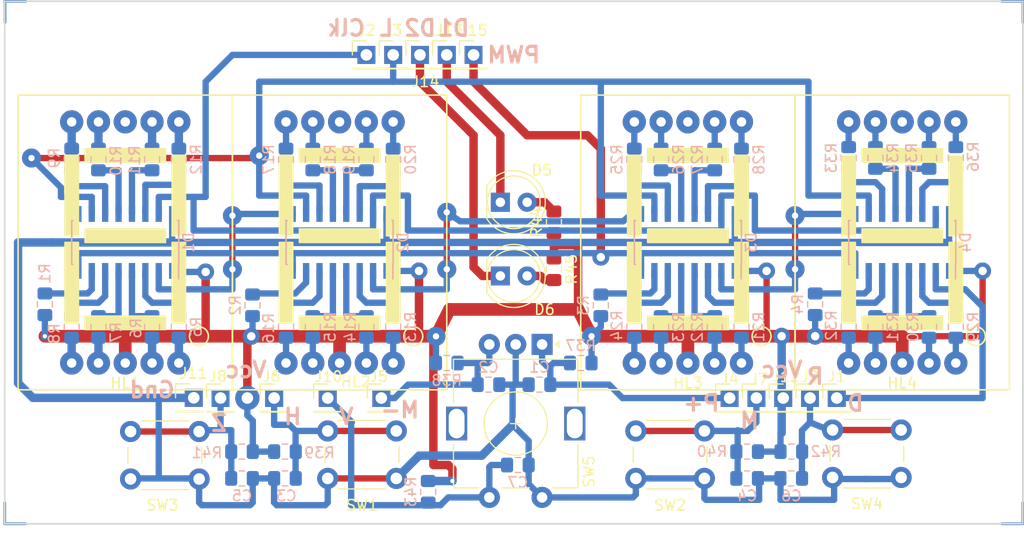
<source format=kicad_pcb>
(kicad_pcb (version 20171130) (host pcbnew "(5.0.0)")
  (layers (0 F.Cu signal) (31 B.Cu signal) (34 B.Paste user) (35 F.Paste user) (36 B.SilkS user) (37 F.SilkS user) (38 B.Mask user) (39 F.Mask user) (44 Edge.Cuts user))
  (net 0 "")
  (net 1 "Net-(HL1-Pad8)")
  (net 2 "Net-(HL1-Pad9)")
  (net 3 "Net-(HL1-Pad7)")
  (net 4 "Net-(HL1-Pad10)")
  (net 5 "Net-(HL1-Pad6)")
  (net 6 "Net-(HL1-Pad2)")
  (net 7 "Net-(HL1-Pad4)")
  (net 8 "Net-(HL1-Pad1)")
  (net 9 "Net-(HL1-Pad5)")
  (net 10 "Net-(HL2-Pad8)")
  (net 11 "Net-(HL3-Pad8)")
  (net 12 "Net-(HL3-Pad9)")
  (net 13 "Net-(HL3-Pad7)")
  (net 14 "Net-(HL3-Pad10)")
  (net 15 "Net-(HL3-Pad6)")
  (net 16 "Net-(HL3-Pad2)")
  (net 17 "Net-(HL3-Pad4)")
  (net 18 "Net-(HL3-Pad1)")
  (net 19 "Net-(HL3-Pad5)")
  (net 20 "Net-(HL4-Pad8)")
  (net 21 GND)
  (net 22 /Minus)
  (net 23 /Hour)
  (net 24 /Min)
  (net 25 /Zoom)
  (net 26 /Rsrv)
  (net 27 /Valc)
  (net 28 /Clock)
  (net 29 "Net-(D1-Pad14)")
  (net 30 "Net-(D1-Pad13)")
  (net 31 "Net-(D1-Pad12)")
  (net 32 "Net-(D1-Pad11)")
  (net 33 /Latch)
  (net 34 "Net-(D1-Pad9)")
  (net 35 "Net-(D1-Pad7)")
  (net 36 "Net-(D1-Pad6)")
  (net 37 "Net-(D1-Pad5)")
  (net 38 "Net-(D1-Pad4)")
  (net 39 "Net-(D1-Pad3)")
  (net 40 /Data)
  (net 41 VCC)
  (net 42 "Net-(D2-Pad3)")
  (net 43 "Net-(D2-Pad4)")
  (net 44 "Net-(D2-Pad5)")
  (net 45 "Net-(D2-Pad6)")
  (net 46 "Net-(D2-Pad7)")
  (net 47 "Net-(D2-Pad11)")
  (net 48 "Net-(D2-Pad12)")
  (net 49 "Net-(D2-Pad13)")
  (net 50 "Net-(D2-Pad14)")
  (net 51 "Net-(D3-Pad3)")
  (net 52 "Net-(D3-Pad4)")
  (net 53 "Net-(D3-Pad5)")
  (net 54 "Net-(D3-Pad6)")
  (net 55 "Net-(D3-Pad7)")
  (net 56 "Net-(D3-Pad11)")
  (net 57 "Net-(D3-Pad12)")
  (net 58 "Net-(D3-Pad13)")
  (net 59 "Net-(D3-Pad14)")
  (net 60 "Net-(D4-Pad14)")
  (net 61 "Net-(D4-Pad13)")
  (net 62 "Net-(D4-Pad12)")
  (net 63 "Net-(D4-Pad11)")
  (net 64 "Net-(D4-Pad7)")
  (net 65 "Net-(D4-Pad6)")
  (net 66 "Net-(D4-Pad5)")
  (net 67 "Net-(D4-Pad4)")
  (net 68 "Net-(D4-Pad3)")
  (net 69 "Net-(HL2-Pad5)")
  (net 70 "Net-(HL2-Pad1)")
  (net 71 "Net-(HL2-Pad4)")
  (net 72 "Net-(HL2-Pad2)")
  (net 73 "Net-(HL2-Pad6)")
  (net 74 "Net-(HL2-Pad10)")
  (net 75 "Net-(HL2-Pad7)")
  (net 76 "Net-(HL2-Pad9)")
  (net 77 "Net-(HL4-Pad5)")
  (net 78 "Net-(HL4-Pad1)")
  (net 79 "Net-(HL4-Pad4)")
  (net 80 "Net-(HL4-Pad2)")
  (net 81 "Net-(HL4-Pad6)")
  (net 82 "Net-(HL4-Pad10)")
  (net 83 "Net-(HL4-Pad7)")
  (net 84 "Net-(HL4-Pad9)")
  (net 85 /Plus)
  (net 86 "Net-(D5-Pad2)")
  (net 87 "Net-(D6-Pad2)")
  (net 88 /Dot1)
  (net 89 /Dot2)
  (net 90 "Net-(D1-Pad2)")
  (net 91 "Net-(D2-Pad2)")
  (net 92 "Net-(D3-Pad2)")
  (net 93 /PWM)
  (module Capacitor_SMD:C_0805_2012Metric_Pad1.15x1.40mm_HandSolder (layer B.Cu) (at 140.87 75.71 180)
    (fp_text reference C1 (at 0 1.65 180) (layer B.SilkS) (effects (justify mirror)))
    (fp_text value 4.7nF)
    (pad 2 smd roundrect (at 1.025 0 180) (size 1.15 1.4) (layers B.Cu B.Paste B.Mask) (roundrect_rratio 0.217391) (net 21 GND))
    (pad 1 smd roundrect (at -1.025 0 180) (size 1.15 1.4) (layers B.Cu B.Paste B.Mask) (roundrect_rratio 0.217391) (net 85 /Plus))
  )
  (module Capacitor_SMD:C_0805_2012Metric_Pad1.15x1.40mm_HandSolder (layer B.Cu) (at 136.035 75.71)
    (fp_text reference C2 (at 0 -1.651) (layer B.SilkS) (effects (justify mirror)))
    (fp_text value 4.7nF)
    (pad 2 smd roundrect (at 1.025 0) (size 1.15 1.4) (layers B.Cu B.Paste B.Mask) (roundrect_rratio 0.217391) (net 21 GND))
    (pad 1 smd roundrect (at -1.025 0) (size 1.15 1.4) (layers B.Cu B.Paste B.Mask) (roundrect_rratio 0.217391) (net 22 /Minus))
  )
  (module Capacitor_SMD:C_0805_2012Metric_Pad1.15x1.40mm_HandSolder (layer B.Cu) (at 116.74 84.6 180)
    (fp_text reference C3 (at -0.127 -1.651 180) (layer B.SilkS) (effects (justify mirror)))
    (fp_text value 4.7nF)
    (pad 2 smd roundrect (at 1.025 0 180) (size 1.15 1.4) (layers B.Cu B.Paste B.Mask) (roundrect_rratio 0.217391) (net 21 GND))
    (pad 1 smd roundrect (at -1.025 0 180) (size 1.15 1.4) (layers B.Cu B.Paste B.Mask) (roundrect_rratio 0.217391) (net 23 /Hour))
  )
  (module Capacitor_SMD:C_0805_2012Metric_Pad1.15x1.40mm_HandSolder (layer B.Cu) (at 160.555 84.6)
    (fp_text reference C4 (at 0 1.65) (layer B.SilkS) (effects (justify mirror)))
    (fp_text value 4.7nF)
    (pad 2 smd roundrect (at 1.025 0) (size 1.15 1.4) (layers B.Cu B.Paste B.Mask) (roundrect_rratio 0.217391) (net 21 GND))
    (pad 1 smd roundrect (at -1.025 0) (size 1.15 1.4) (layers B.Cu B.Paste B.Mask) (roundrect_rratio 0.217391) (net 24 /Min))
  )
  (module Capacitor_SMD:C_0805_2012Metric_Pad1.15x1.40mm_HandSolder (layer B.Cu) (at 112.667 84.6)
    (fp_text reference C5 (at 0 1.65) (layer B.SilkS) (effects (justify mirror)))
    (fp_text value 4.7nF)
    (pad 2 smd roundrect (at 1.025 0) (size 1.15 1.4) (layers B.Cu B.Paste B.Mask) (roundrect_rratio 0.217391) (net 21 GND))
    (pad 1 smd roundrect (at -1.025 0) (size 1.15 1.4) (layers B.Cu B.Paste B.Mask) (roundrect_rratio 0.217391) (net 25 /Zoom))
  )
  (module Capacitor_SMD:C_0805_2012Metric_Pad1.15x1.40mm_HandSolder (layer B.Cu) (at 164.737 84.6 180)
    (fp_text reference C6 (at -0.023 -1.651 180) (layer B.SilkS) (effects (justify mirror)))
    (fp_text value 4.7nF)
    (pad 2 smd roundrect (at 1.025 0 180) (size 1.15 1.4) (layers B.Cu B.Paste B.Mask) (roundrect_rratio 0.217391) (net 21 GND))
    (pad 1 smd roundrect (at -1.025 0 180) (size 1.15 1.4) (layers B.Cu B.Paste B.Mask) (roundrect_rratio 0.217391) (net 26 /Rsrv))
  )
  (module Capacitor_SMD:C_0805_2012Metric_Pad1.15x1.40mm_HandSolder (layer B.Cu) (at 138.82 83.33)
    (fp_text reference C7 (at 0 1.65) (layer B.SilkS) (effects (justify mirror)))
    (fp_text value 4.7nF)
    (pad 2 smd roundrect (at 1.025 0) (size 1.15 1.4) (layers B.Cu B.Paste B.Mask) (roundrect_rratio 0.217391) (net 21 GND))
    (pad 1 smd roundrect (at -1.025 0) (size 1.15 1.4) (layers B.Cu B.Paste B.Mask) (roundrect_rratio 0.217391) (net 27 /Valc))
  )
  (module Package_SO:SOIC-16_3.9x9.9mm_P1.27mm (layer B.Cu) (at 101.6 62.23 90)
    (fp_text reference D1 (at 0 6 90) (layer B.SilkS) (effects (justify mirror)))
    (fp_text value TPIC6C595)
    (pad 16 smd rect (at 2.7 4.445 90) (size 1.5 0.6) (layers B.Cu B.Paste B.Mask) (net 21 GND))
    (pad 15 smd rect (at 2.7 3.175 90) (size 1.5 0.6) (layers B.Cu B.Paste B.Mask) (net 28 /Clock))
    (pad 14 smd rect (at 2.7 1.905 90) (size 1.5 0.6) (layers B.Cu B.Paste B.Mask) (net 29 "Net-(D1-Pad14)"))
    (pad 13 smd rect (at 2.7 0.635 90) (size 1.5 0.6) (layers B.Cu B.Paste B.Mask) (net 30 "Net-(D1-Pad13)"))
    (pad 12 smd rect (at 2.7 -0.635 90) (size 1.5 0.6) (layers B.Cu B.Paste B.Mask) (net 31 "Net-(D1-Pad12)"))
    (pad 11 smd rect (at 2.7 -1.905 90) (size 1.5 0.6) (layers B.Cu B.Paste B.Mask) (net 32 "Net-(D1-Pad11)"))
    (pad 10 smd rect (at 2.7 -3.175 90) (size 1.5 0.6) (layers B.Cu B.Paste B.Mask) (net 33 /Latch))
    (pad 9 smd rect (at 2.7 -4.445 90) (size 1.5 0.6) (layers B.Cu B.Paste B.Mask) (net 34 "Net-(D1-Pad9)"))
    (pad 8 smd rect (at -2.7 -4.445 90) (size 1.5 0.6) (layers B.Cu B.Paste B.Mask) (net 93 /PWM))
    (pad 7 smd rect (at -2.7 -3.175 90) (size 1.5 0.6) (layers B.Cu B.Paste B.Mask) (net 35 "Net-(D1-Pad7)"))
    (pad 6 smd rect (at -2.7 -1.905 90) (size 1.5 0.6) (layers B.Cu B.Paste B.Mask) (net 36 "Net-(D1-Pad6)"))
    (pad 5 smd rect (at -2.7 -0.635 90) (size 1.5 0.6) (layers B.Cu B.Paste B.Mask) (net 37 "Net-(D1-Pad5)"))
    (pad 4 smd rect (at -2.7 0.635 90) (size 1.5 0.6) (layers B.Cu B.Paste B.Mask) (net 38 "Net-(D1-Pad4)"))
    (pad 3 smd rect (at -2.7 1.905 90) (size 1.5 0.6) (layers B.Cu B.Paste B.Mask) (net 39 "Net-(D1-Pad3)"))
    (pad 2 smd rect (at -2.7 3.175 90) (size 1.5 0.6) (layers B.Cu B.Paste B.Mask) (net 90 "Net-(D1-Pad2)"))
    (pad 1 smd rect (at -2.7 4.445 90) (size 1.5 0.6) (layers B.Cu B.Paste B.Mask) (net 41 VCC))
  )
  (module Package_SO:SOIC-16_3.9x9.9mm_P1.27mm (layer B.Cu) (at 121.92 62.23 90)
    (fp_text reference D2 (at 0 6 90) (layer B.SilkS) (effects (justify mirror)))
    (fp_text value TPIC6C595)
    (pad 16 smd rect (at 2.7 4.445 90) (size 1.5 0.6) (layers B.Cu B.Paste B.Mask) (net 21 GND))
    (pad 15 smd rect (at 2.7 3.175 90) (size 1.5 0.6) (layers B.Cu B.Paste B.Mask) (net 28 /Clock))
    (pad 14 smd rect (at 2.7 1.905 90) (size 1.5 0.6) (layers B.Cu B.Paste B.Mask) (net 50 "Net-(D2-Pad14)"))
    (pad 13 smd rect (at 2.7 0.635 90) (size 1.5 0.6) (layers B.Cu B.Paste B.Mask) (net 49 "Net-(D2-Pad13)"))
    (pad 12 smd rect (at 2.7 -0.635 90) (size 1.5 0.6) (layers B.Cu B.Paste B.Mask) (net 48 "Net-(D2-Pad12)"))
    (pad 11 smd rect (at 2.7 -1.905 90) (size 1.5 0.6) (layers B.Cu B.Paste B.Mask) (net 47 "Net-(D2-Pad11)"))
    (pad 10 smd rect (at 2.7 -3.175 90) (size 1.5 0.6) (layers B.Cu B.Paste B.Mask) (net 33 /Latch))
    (pad 9 smd rect (at 2.7 -4.445 90) (size 1.5 0.6) (layers B.Cu B.Paste B.Mask) (net 90 "Net-(D1-Pad2)"))
    (pad 8 smd rect (at -2.7 -4.445 90) (size 1.5 0.6) (layers B.Cu B.Paste B.Mask) (net 93 /PWM))
    (pad 7 smd rect (at -2.7 -3.175 90) (size 1.5 0.6) (layers B.Cu B.Paste B.Mask) (net 46 "Net-(D2-Pad7)"))
    (pad 6 smd rect (at -2.7 -1.905 90) (size 1.5 0.6) (layers B.Cu B.Paste B.Mask) (net 45 "Net-(D2-Pad6)"))
    (pad 5 smd rect (at -2.7 -0.635 90) (size 1.5 0.6) (layers B.Cu B.Paste B.Mask) (net 44 "Net-(D2-Pad5)"))
    (pad 4 smd rect (at -2.7 0.635 90) (size 1.5 0.6) (layers B.Cu B.Paste B.Mask) (net 43 "Net-(D2-Pad4)"))
    (pad 3 smd rect (at -2.7 1.905 90) (size 1.5 0.6) (layers B.Cu B.Paste B.Mask) (net 42 "Net-(D2-Pad3)"))
    (pad 2 smd rect (at -2.7 3.175 90) (size 1.5 0.6) (layers B.Cu B.Paste B.Mask) (net 91 "Net-(D2-Pad2)"))
    (pad 1 smd rect (at -2.7 4.445 90) (size 1.5 0.6) (layers B.Cu B.Paste B.Mask) (net 41 VCC))
  )
  (module Package_SO:SOIC-16_3.9x9.9mm_P1.27mm (layer B.Cu) (at 154.94 62.23 90)
    (fp_text reference D3 (at 0 6 90) (layer B.SilkS) (effects (justify mirror)))
    (fp_text value TPIC6C595)
    (pad 16 smd rect (at 2.7 4.445 90) (size 1.5 0.6) (layers B.Cu B.Paste B.Mask) (net 21 GND))
    (pad 15 smd rect (at 2.7 3.175 90) (size 1.5 0.6) (layers B.Cu B.Paste B.Mask) (net 28 /Clock))
    (pad 14 smd rect (at 2.7 1.905 90) (size 1.5 0.6) (layers B.Cu B.Paste B.Mask) (net 59 "Net-(D3-Pad14)"))
    (pad 13 smd rect (at 2.7 0.635 90) (size 1.5 0.6) (layers B.Cu B.Paste B.Mask) (net 58 "Net-(D3-Pad13)"))
    (pad 12 smd rect (at 2.7 -0.635 90) (size 1.5 0.6) (layers B.Cu B.Paste B.Mask) (net 57 "Net-(D3-Pad12)"))
    (pad 11 smd rect (at 2.7 -1.905 90) (size 1.5 0.6) (layers B.Cu B.Paste B.Mask) (net 56 "Net-(D3-Pad11)"))
    (pad 10 smd rect (at 2.7 -3.175 90) (size 1.5 0.6) (layers B.Cu B.Paste B.Mask) (net 33 /Latch))
    (pad 9 smd rect (at 2.7 -4.445 90) (size 1.5 0.6) (layers B.Cu B.Paste B.Mask) (net 91 "Net-(D2-Pad2)"))
    (pad 8 smd rect (at -2.7 -4.445 90) (size 1.5 0.6) (layers B.Cu B.Paste B.Mask) (net 93 /PWM))
    (pad 7 smd rect (at -2.7 -3.175 90) (size 1.5 0.6) (layers B.Cu B.Paste B.Mask) (net 55 "Net-(D3-Pad7)"))
    (pad 6 smd rect (at -2.7 -1.905 90) (size 1.5 0.6) (layers B.Cu B.Paste B.Mask) (net 54 "Net-(D3-Pad6)"))
    (pad 5 smd rect (at -2.7 -0.635 90) (size 1.5 0.6) (layers B.Cu B.Paste B.Mask) (net 53 "Net-(D3-Pad5)"))
    (pad 4 smd rect (at -2.7 0.635 90) (size 1.5 0.6) (layers B.Cu B.Paste B.Mask) (net 52 "Net-(D3-Pad4)"))
    (pad 3 smd rect (at -2.7 1.905 90) (size 1.5 0.6) (layers B.Cu B.Paste B.Mask) (net 51 "Net-(D3-Pad3)"))
    (pad 2 smd rect (at -2.7 3.175 90) (size 1.5 0.6) (layers B.Cu B.Paste B.Mask) (net 92 "Net-(D3-Pad2)"))
    (pad 1 smd rect (at -2.7 4.445 90) (size 1.5 0.6) (layers B.Cu B.Paste B.Mask) (net 41 VCC))
  )
  (module Package_SO:SOIC-16_3.9x9.9mm_P1.27mm (layer B.Cu) (at 175.26 62.23 90)
    (fp_text reference D4 (at 0 6 90) (layer B.SilkS) (effects (justify mirror)))
    (fp_text value TPIC6C595)
    (pad 16 smd rect (at 2.7 4.445 90) (size 1.5 0.6) (layers B.Cu B.Paste B.Mask) (net 21 GND))
    (pad 15 smd rect (at 2.7 3.175 90) (size 1.5 0.6) (layers B.Cu B.Paste B.Mask) (net 28 /Clock))
    (pad 14 smd rect (at 2.7 1.905 90) (size 1.5 0.6) (layers B.Cu B.Paste B.Mask) (net 60 "Net-(D4-Pad14)"))
    (pad 13 smd rect (at 2.7 0.635 90) (size 1.5 0.6) (layers B.Cu B.Paste B.Mask) (net 61 "Net-(D4-Pad13)"))
    (pad 12 smd rect (at 2.7 -0.635 90) (size 1.5 0.6) (layers B.Cu B.Paste B.Mask) (net 62 "Net-(D4-Pad12)"))
    (pad 11 smd rect (at 2.7 -1.905 90) (size 1.5 0.6) (layers B.Cu B.Paste B.Mask) (net 63 "Net-(D4-Pad11)"))
    (pad 10 smd rect (at 2.7 -3.175 90) (size 1.5 0.6) (layers B.Cu B.Paste B.Mask) (net 33 /Latch))
    (pad 9 smd rect (at 2.7 -4.445 90) (size 1.5 0.6) (layers B.Cu B.Paste B.Mask) (net 92 "Net-(D3-Pad2)"))
    (pad 8 smd rect (at -2.7 -4.445 90) (size 1.5 0.6) (layers B.Cu B.Paste B.Mask) (net 93 /PWM))
    (pad 7 smd rect (at -2.7 -3.175 90) (size 1.5 0.6) (layers B.Cu B.Paste B.Mask) (net 64 "Net-(D4-Pad7)"))
    (pad 6 smd rect (at -2.7 -1.905 90) (size 1.5 0.6) (layers B.Cu B.Paste B.Mask) (net 65 "Net-(D4-Pad6)"))
    (pad 5 smd rect (at -2.7 -0.635 90) (size 1.5 0.6) (layers B.Cu B.Paste B.Mask) (net 66 "Net-(D4-Pad5)"))
    (pad 4 smd rect (at -2.7 0.635 90) (size 1.5 0.6) (layers B.Cu B.Paste B.Mask) (net 67 "Net-(D4-Pad4)"))
    (pad 3 smd rect (at -2.7 1.905 90) (size 1.5 0.6) (layers B.Cu B.Paste B.Mask) (net 68 "Net-(D4-Pad3)"))
    (pad 2 smd rect (at -2.7 3.175 90) (size 1.5 0.6) (layers B.Cu B.Paste B.Mask) (net 40 /Data))
    (pad 1 smd rect (at -2.7 4.445 90) (size 1.5 0.6) (layers B.Cu B.Paste B.Mask) (net 41 VCC))
  )
  (module "MyLib:0.8 inch LED (20x28)" (layer F.Cu) (at 101.6 63.5)
    (fp_text reference HL1 (at 0 12.065) (layer F.SilkS))
    (fp_text value White7seg)
    (pad 5 thru_hole circle (at 5.08 10.16) (size 2.2 2.2) (drill 0.9) (layers *.Cu *.Mask) (net 9 "Net-(HL1-Pad5)"))
    (pad 1 thru_hole circle (at -5.08 10.16) (size 2.2 2.2) (drill 0.9) (layers *.Cu *.Mask) (net 8 "Net-(HL1-Pad1)"))
    (pad 4 thru_hole circle (at 2.54 10.16) (size 2.2 2.2) (drill 0.9) (layers *.Cu *.Mask) (net 7 "Net-(HL1-Pad4)"))
    (pad 2 thru_hole circle (at -2.54 10.16) (size 2.2 2.2) (drill 0.9) (layers *.Cu *.Mask) (net 6 "Net-(HL1-Pad2)"))
    (pad 3 thru_hole circle (at 0 10.16) (size 2.2 2.2) (drill 0.9) (layers *.Cu *.Mask) (net 41 VCC))
    (pad 6 thru_hole circle (at 5.08 -12.7) (size 2.2 2.2) (drill 0.9) (layers *.Cu *.Mask) (net 5 "Net-(HL1-Pad6)"))
    (pad 10 thru_hole circle (at -5.08 -12.7) (size 2.2 2.2) (drill 0.9) (layers *.Cu *.Mask) (net 4 "Net-(HL1-Pad10)"))
    (pad 7 thru_hole circle (at 2.54 -12.7) (size 2.2 2.2) (drill 0.9) (layers *.Cu *.Mask) (net 3 "Net-(HL1-Pad7)"))
    (pad 9 thru_hole circle (at -2.54 -12.7) (size 2.2 2.2) (drill 0.9) (layers *.Cu *.Mask) (net 2 "Net-(HL1-Pad9)"))
    (pad 8 thru_hole circle (at 0 -12.7) (size 2.2 2.2) (drill 0.9) (layers *.Cu *.Mask) (net 1 "Net-(HL1-Pad8)"))
  )
  (module "MyLib:0.8 inch LED (20x28)" (layer F.Cu) (at 121.92 63.5)
    (fp_text reference HL2 (at 1.524 11.938) (layer F.SilkS))
    (fp_text value White7seg)
    (pad 5 thru_hole circle (at 5.08 10.16) (size 2.2 2.2) (drill 0.9) (layers *.Cu *.Mask) (net 69 "Net-(HL2-Pad5)"))
    (pad 1 thru_hole circle (at -5.08 10.16) (size 2.2 2.2) (drill 0.9) (layers *.Cu *.Mask) (net 70 "Net-(HL2-Pad1)"))
    (pad 4 thru_hole circle (at 2.54 10.16) (size 2.2 2.2) (drill 0.9) (layers *.Cu *.Mask) (net 71 "Net-(HL2-Pad4)"))
    (pad 2 thru_hole circle (at -2.54 10.16) (size 2.2 2.2) (drill 0.9) (layers *.Cu *.Mask) (net 72 "Net-(HL2-Pad2)"))
    (pad 3 thru_hole circle (at 0 10.16) (size 2.2 2.2) (drill 0.9) (layers *.Cu *.Mask) (net 41 VCC))
    (pad 6 thru_hole circle (at 5.08 -12.7) (size 2.2 2.2) (drill 0.9) (layers *.Cu *.Mask) (net 73 "Net-(HL2-Pad6)"))
    (pad 10 thru_hole circle (at -5.08 -12.7) (size 2.2 2.2) (drill 0.9) (layers *.Cu *.Mask) (net 74 "Net-(HL2-Pad10)"))
    (pad 7 thru_hole circle (at 2.54 -12.7) (size 2.2 2.2) (drill 0.9) (layers *.Cu *.Mask) (net 75 "Net-(HL2-Pad7)"))
    (pad 9 thru_hole circle (at -2.54 -12.7) (size 2.2 2.2) (drill 0.9) (layers *.Cu *.Mask) (net 76 "Net-(HL2-Pad9)"))
    (pad 8 thru_hole circle (at 0 -12.7) (size 2.2 2.2) (drill 0.9) (layers *.Cu *.Mask) (net 10 "Net-(HL2-Pad8)"))
  )
  (module "MyLib:0.8 inch LED (20x28)" (layer F.Cu) (at 154.94 63.5)
    (fp_text reference HL3 (at 0 12.065) (layer F.SilkS))
    (fp_text value White7seg)
    (pad 5 thru_hole circle (at 5.08 10.16) (size 2.2 2.2) (drill 0.9) (layers *.Cu *.Mask) (net 19 "Net-(HL3-Pad5)"))
    (pad 1 thru_hole circle (at -5.08 10.16) (size 2.2 2.2) (drill 0.9) (layers *.Cu *.Mask) (net 18 "Net-(HL3-Pad1)"))
    (pad 4 thru_hole circle (at 2.54 10.16) (size 2.2 2.2) (drill 0.9) (layers *.Cu *.Mask) (net 17 "Net-(HL3-Pad4)"))
    (pad 2 thru_hole circle (at -2.54 10.16) (size 2.2 2.2) (drill 0.9) (layers *.Cu *.Mask) (net 16 "Net-(HL3-Pad2)"))
    (pad 3 thru_hole circle (at 0 10.16) (size 2.2 2.2) (drill 0.9) (layers *.Cu *.Mask) (net 41 VCC))
    (pad 6 thru_hole circle (at 5.08 -12.7) (size 2.2 2.2) (drill 0.9) (layers *.Cu *.Mask) (net 15 "Net-(HL3-Pad6)"))
    (pad 10 thru_hole circle (at -5.08 -12.7) (size 2.2 2.2) (drill 0.9) (layers *.Cu *.Mask) (net 14 "Net-(HL3-Pad10)"))
    (pad 7 thru_hole circle (at 2.54 -12.7) (size 2.2 2.2) (drill 0.9) (layers *.Cu *.Mask) (net 13 "Net-(HL3-Pad7)"))
    (pad 9 thru_hole circle (at -2.54 -12.7) (size 2.2 2.2) (drill 0.9) (layers *.Cu *.Mask) (net 12 "Net-(HL3-Pad9)"))
    (pad 8 thru_hole circle (at 0 -12.7) (size 2.2 2.2) (drill 0.9) (layers *.Cu *.Mask) (net 11 "Net-(HL3-Pad8)"))
  )
  (module "MyLib:0.8 inch LED (20x28)" (layer F.Cu) (at 175.26 63.5)
    (fp_text reference HL4 (at 0 12.065) (layer F.SilkS))
    (fp_text value White7seg)
    (pad 5 thru_hole circle (at 5.08 10.16) (size 2.2 2.2) (drill 0.9) (layers *.Cu *.Mask) (net 77 "Net-(HL4-Pad5)"))
    (pad 1 thru_hole circle (at -5.08 10.16) (size 2.2 2.2) (drill 0.9) (layers *.Cu *.Mask) (net 78 "Net-(HL4-Pad1)"))
    (pad 4 thru_hole circle (at 2.54 10.16) (size 2.2 2.2) (drill 0.9) (layers *.Cu *.Mask) (net 79 "Net-(HL4-Pad4)"))
    (pad 2 thru_hole circle (at -2.54 10.16) (size 2.2 2.2) (drill 0.9) (layers *.Cu *.Mask) (net 80 "Net-(HL4-Pad2)"))
    (pad 3 thru_hole circle (at 0 10.16) (size 2.2 2.2) (drill 0.9) (layers *.Cu *.Mask) (net 41 VCC))
    (pad 6 thru_hole circle (at 5.08 -12.7) (size 2.2 2.2) (drill 0.9) (layers *.Cu *.Mask) (net 81 "Net-(HL4-Pad6)"))
    (pad 10 thru_hole circle (at -5.08 -12.7) (size 2.2 2.2) (drill 0.9) (layers *.Cu *.Mask) (net 82 "Net-(HL4-Pad10)"))
    (pad 7 thru_hole circle (at 2.54 -12.7) (size 2.2 2.2) (drill 0.9) (layers *.Cu *.Mask) (net 83 "Net-(HL4-Pad7)"))
    (pad 9 thru_hole circle (at -2.54 -12.7) (size 2.2 2.2) (drill 0.9) (layers *.Cu *.Mask) (net 84 "Net-(HL4-Pad9)"))
    (pad 8 thru_hole circle (at 0 -12.7) (size 2.2 2.2) (drill 0.9) (layers *.Cu *.Mask) (net 20 "Net-(HL4-Pad8)"))
  )
  (module Connector_PinHeader_2.54mm:PinHeader_1x01_P2.54mm_Vertical (layer F.Cu) (at 169.055 76.98)
    (fp_text reference J1 (at 0 -2.032) (layer F.SilkS))
    (fp_text value Data)
    (pad 1 thru_hole rect (at 0 0) (size 1.7 1.7) (drill 1.1) (layers *.Cu *.Mask) (net 40 /Data))
  )
  (module Connector_PinHeader_2.54mm:PinHeader_1x01_P2.54mm_Vertical (layer F.Cu) (at 124.46 44.45)
    (fp_text reference J2 (at 0 -2.33) (layer F.SilkS))
    (fp_text value Clock)
    (pad 1 thru_hole rect (at 0 0) (size 1.7 1.7) (drill 1.1) (layers *.Cu *.Mask) (net 28 /Clock))
  )
  (module Connector_PinHeader_2.54mm:PinHeader_1x01_P2.54mm_Vertical (layer F.Cu) (at 127 44.45)
    (fp_text reference J3 (at 0 -2.33) (layer F.SilkS))
    (fp_text value Latch)
    (pad 1 thru_hole rect (at 0 0) (size 1.7 1.7) (drill 1.1) (layers *.Cu *.Mask) (net 33 /Latch))
  )
  (module Connector_PinHeader_2.54mm:PinHeader_1x01_P2.54mm_Vertical (layer F.Cu) (at 158.895 76.98)
    (fp_text reference J4 (at 0 -1.778) (layer F.SilkS))
    (fp_text value Conn_01x01_Male)
    (pad 1 thru_hole rect (at 0 0) (size 1.7 1.7) (drill 1.1) (layers *.Cu *.Mask) (net 85 /Plus))
  )
  (module Connector_PinHeader_2.54mm:PinHeader_1x01_P2.54mm_Vertical (layer F.Cu) (at 125.875 76.98)
    (fp_text reference J5 (at -0.254 -2.032) (layer F.SilkS))
    (fp_text value Conn_01x01_Male)
    (pad 1 thru_hole rect (at 0 0) (size 1.7 1.7) (drill 1.1) (layers *.Cu *.Mask) (net 22 /Minus))
  )
  (module Connector_PinHeader_2.54mm:PinHeader_1x01_P2.54mm_Vertical (layer F.Cu) (at 115.715 76.98)
    (fp_text reference J6 (at -0.254 -2.032) (layer F.SilkS))
    (fp_text value Conn_01x01_Male)
    (pad 1 thru_hole rect (at 0 0) (size 1.7 1.7) (drill 1.1) (layers *.Cu *.Mask) (net 23 /Hour))
  )
  (module Connector_PinHeader_2.54mm:PinHeader_1x01_P2.54mm_Vertical (layer F.Cu) (at 161.435 76.98)
    (fp_text reference J7 (at 0.254 -1.778) (layer F.SilkS))
    (fp_text value Conn_01x01_Male)
    (pad 1 thru_hole rect (at 0 0) (size 1.7 1.7) (drill 1.1) (layers *.Cu *.Mask) (net 24 /Min))
  )
  (module Connector_PinHeader_2.54mm:PinHeader_1x01_P2.54mm_Vertical (layer F.Cu) (at 110.635 76.98)
    (fp_text reference J8 (at -0.254 -2.032) (layer F.SilkS))
    (fp_text value Conn_01x01_Male)
    (pad 1 thru_hole rect (at 0 0) (size 1.7 1.7) (drill 1.1) (layers *.Cu *.Mask) (net 25 /Zoom))
  )
  (module Connector_PinHeader_2.54mm:PinHeader_1x01_P2.54mm_Vertical (layer F.Cu) (at 166.515 76.98)
    (fp_text reference J9 (at 0 -2.032) (layer F.SilkS))
    (fp_text value Conn_01x01_Male)
    (pad 1 thru_hole rect (at 0 0) (size 1.7 1.7) (drill 1.1) (layers *.Cu *.Mask) (net 26 /Rsrv))
  )
  (module Connector_PinHeader_2.54mm:PinHeader_1x01_P2.54mm_Vertical (layer F.Cu) (at 120.795 76.98)
    (fp_text reference J10 (at 0.0635 -2.032) (layer F.SilkS))
    (fp_text value Conn_01x01_Male)
    (pad 1 thru_hole rect (at 0 0) (size 1.7 1.7) (drill 1.1) (layers *.Cu *.Mask) (net 27 /Valc))
  )
  (module Resistor_SMD:R_0805_2012Metric_Pad1.15x1.40mm_HandSolder (layer B.Cu) (at 93.98 68.09 270)
    (fp_text reference R1 (at -2.921 0 270) (layer B.SilkS) (effects (justify mirror)))
    (fp_text value 10k)
    (pad 2 smd roundrect (at 1.025 0 270) (size 1.15 1.4) (layers B.Cu B.Paste B.Mask) (roundrect_rratio 0.217391) (net 41 VCC))
    (pad 1 smd roundrect (at -1.025 0 270) (size 1.15 1.4) (layers B.Cu B.Paste B.Mask) (roundrect_rratio 0.217391) (net 35 "Net-(D1-Pad7)"))
  )
  (module Resistor_SMD:R_0805_2012Metric_Pad1.15x1.40mm_HandSolder (layer B.Cu) (at 113.665 68.19 270)
    (fp_text reference R2 (at 0 1.65 270) (layer B.SilkS) (effects (justify mirror)))
    (fp_text value 10k)
    (pad 2 smd roundrect (at 1.025 0 270) (size 1.15 1.4) (layers B.Cu B.Paste B.Mask) (roundrect_rratio 0.217391) (net 41 VCC))
    (pad 1 smd roundrect (at -1.025 0 270) (size 1.15 1.4) (layers B.Cu B.Paste B.Mask) (roundrect_rratio 0.217391) (net 46 "Net-(D2-Pad7)"))
  )
  (module Resistor_SMD:R_0805_2012Metric_Pad1.15x1.40mm_HandSolder (layer B.Cu) (at 146.685 68.19 270)
    (fp_text reference R3 (at 0 1.65 270) (layer B.SilkS) (effects (justify mirror)))
    (fp_text value 10k)
    (pad 2 smd roundrect (at 1.025 0 270) (size 1.15 1.4) (layers B.Cu B.Paste B.Mask) (roundrect_rratio 0.217391) (net 41 VCC))
    (pad 1 smd roundrect (at -1.025 0 270) (size 1.15 1.4) (layers B.Cu B.Paste B.Mask) (roundrect_rratio 0.217391) (net 55 "Net-(D3-Pad7)"))
  )
  (module Resistor_SMD:R_0805_2012Metric_Pad1.15x1.40mm_HandSolder (layer B.Cu) (at 167.005 68.09 270)
    (fp_text reference R4 (at 0 1.65 270) (layer B.SilkS) (effects (justify mirror)))
    (fp_text value 10k)
    (pad 2 smd roundrect (at 1.025 0 270) (size 1.15 1.4) (layers B.Cu B.Paste B.Mask) (roundrect_rratio 0.217391) (net 41 VCC))
    (pad 1 smd roundrect (at -1.025 0 270) (size 1.15 1.4) (layers B.Cu B.Paste B.Mask) (roundrect_rratio 0.217391) (net 64 "Net-(D4-Pad7)"))
  )
  (module Resistor_SMD:R_0805_2012Metric_Pad1.15x1.40mm_HandSolder (layer B.Cu) (at 106.68 70.24 90)
    (fp_text reference R5 (at 0 1.65 90) (layer B.SilkS) (effects (justify mirror)))
    (fp_text value 2.4k)
    (pad 2 smd roundrect (at 1.025 0 90) (size 1.15 1.4) (layers B.Cu B.Paste B.Mask) (roundrect_rratio 0.217391) (net 39 "Net-(D1-Pad3)"))
    (pad 1 smd roundrect (at -1.025 0 90) (size 1.15 1.4) (layers B.Cu B.Paste B.Mask) (roundrect_rratio 0.217391) (net 9 "Net-(HL1-Pad5)"))
  )
  (module Resistor_SMD:R_0805_2012Metric_Pad1.15x1.40mm_HandSolder (layer B.Cu) (at 104.14 70.24 90)
    (fp_text reference R6 (at -0.118 -1.524 90) (layer B.SilkS) (effects (justify mirror)))
    (fp_text value 2.4k)
    (pad 2 smd roundrect (at 1.025 0 90) (size 1.15 1.4) (layers B.Cu B.Paste B.Mask) (roundrect_rratio 0.217391) (net 38 "Net-(D1-Pad4)"))
    (pad 1 smd roundrect (at -1.025 0 90) (size 1.15 1.4) (layers B.Cu B.Paste B.Mask) (roundrect_rratio 0.217391) (net 7 "Net-(HL1-Pad4)"))
  )
  (module Resistor_SMD:R_0805_2012Metric_Pad1.15x1.40mm_HandSolder (layer B.Cu) (at 99.06 70.24 90)
    (fp_text reference R7 (at -0.499 1.65 90) (layer B.SilkS) (effects (justify mirror)))
    (fp_text value 2.4k)
    (pad 2 smd roundrect (at 1.025 0 90) (size 1.15 1.4) (layers B.Cu B.Paste B.Mask) (roundrect_rratio 0.217391) (net 37 "Net-(D1-Pad5)"))
    (pad 1 smd roundrect (at -1.025 0 90) (size 1.15 1.4) (layers B.Cu B.Paste B.Mask) (roundrect_rratio 0.217391) (net 6 "Net-(HL1-Pad2)"))
  )
  (module Resistor_SMD:R_0805_2012Metric_Pad1.15x1.40mm_HandSolder (layer B.Cu) (at 96.52 70.24 90)
    (fp_text reference R8 (at -0.626 -1.651 90) (layer B.SilkS) (effects (justify mirror)))
    (fp_text value 2.4k)
    (pad 2 smd roundrect (at 1.025 0 90) (size 1.15 1.4) (layers B.Cu B.Paste B.Mask) (roundrect_rratio 0.217391) (net 36 "Net-(D1-Pad6)"))
    (pad 1 smd roundrect (at -1.025 0 90) (size 1.15 1.4) (layers B.Cu B.Paste B.Mask) (roundrect_rratio 0.217391) (net 8 "Net-(HL1-Pad1)"))
  )
  (module Resistor_SMD:R_0805_2012Metric_Pad1.15x1.40mm_HandSolder (layer B.Cu) (at 96.52 54.365 270)
    (fp_text reference R9 (at -0.136 1.651 270) (layer B.SilkS) (effects (justify mirror)))
    (fp_text value 2.4k)
    (pad 2 smd roundrect (at 1.025 0 270) (size 1.15 1.4) (layers B.Cu B.Paste B.Mask) (roundrect_rratio 0.217391) (net 32 "Net-(D1-Pad11)"))
    (pad 1 smd roundrect (at -1.025 0 270) (size 1.15 1.4) (layers B.Cu B.Paste B.Mask) (roundrect_rratio 0.217391) (net 4 "Net-(HL1-Pad10)"))
  )
  (module Resistor_SMD:R_0805_2012Metric_Pad1.15x1.40mm_HandSolder (layer B.Cu) (at 99.06 54.365 270)
    (fp_text reference R10 (at 0.118 -1.651 270) (layer B.SilkS) (effects (justify mirror)))
    (fp_text value 2.4k)
    (pad 2 smd roundrect (at 1.025 0 270) (size 1.15 1.4) (layers B.Cu B.Paste B.Mask) (roundrect_rratio 0.217391) (net 31 "Net-(D1-Pad12)"))
    (pad 1 smd roundrect (at -1.025 0 270) (size 1.15 1.4) (layers B.Cu B.Paste B.Mask) (roundrect_rratio 0.217391) (net 2 "Net-(HL1-Pad9)"))
  )
  (module Resistor_SMD:R_0805_2012Metric_Pad1.15x1.40mm_HandSolder (layer B.Cu) (at 104.14 54.365 270)
    (fp_text reference R11 (at 0.118 1.65 270) (layer B.SilkS) (effects (justify mirror)))
    (fp_text value 2.4k)
    (pad 2 smd roundrect (at 1.025 0 270) (size 1.15 1.4) (layers B.Cu B.Paste B.Mask) (roundrect_rratio 0.217391) (net 30 "Net-(D1-Pad13)"))
    (pad 1 smd roundrect (at -1.025 0 270) (size 1.15 1.4) (layers B.Cu B.Paste B.Mask) (roundrect_rratio 0.217391) (net 3 "Net-(HL1-Pad7)"))
  )
  (module Resistor_SMD:R_0805_2012Metric_Pad1.15x1.40mm_HandSolder (layer B.Cu) (at 106.68 54.365 270)
    (fp_text reference R12 (at -0.009 -1.651 270) (layer B.SilkS) (effects (justify mirror)))
    (fp_text value 2.4k)
    (pad 2 smd roundrect (at 1.025 0 270) (size 1.15 1.4) (layers B.Cu B.Paste B.Mask) (roundrect_rratio 0.217391) (net 29 "Net-(D1-Pad14)"))
    (pad 1 smd roundrect (at -1.025 0 270) (size 1.15 1.4) (layers B.Cu B.Paste B.Mask) (roundrect_rratio 0.217391) (net 5 "Net-(HL1-Pad6)"))
  )
  (module Resistor_SMD:R_0805_2012Metric_Pad1.15x1.40mm_HandSolder (layer B.Cu) (at 127 70.24 90)
    (fp_text reference R13 (at 0 1.65 90) (layer B.SilkS) (effects (justify mirror)))
    (fp_text value 2.4k)
    (pad 2 smd roundrect (at 1.025 0 90) (size 1.15 1.4) (layers B.Cu B.Paste B.Mask) (roundrect_rratio 0.217391) (net 42 "Net-(D2-Pad3)"))
    (pad 1 smd roundrect (at -1.025 0 90) (size 1.15 1.4) (layers B.Cu B.Paste B.Mask) (roundrect_rratio 0.217391) (net 69 "Net-(HL2-Pad5)"))
  )
  (module Resistor_SMD:R_0805_2012Metric_Pad1.15x1.40mm_HandSolder (layer B.Cu) (at 124.46 70.24 90)
    (fp_text reference R14 (at 0 -1.524 90) (layer B.SilkS) (effects (justify mirror)))
    (fp_text value 2.4k)
    (pad 2 smd roundrect (at 1.025 0 90) (size 1.15 1.4) (layers B.Cu B.Paste B.Mask) (roundrect_rratio 0.217391) (net 43 "Net-(D2-Pad4)"))
    (pad 1 smd roundrect (at -1.025 0 90) (size 1.15 1.4) (layers B.Cu B.Paste B.Mask) (roundrect_rratio 0.217391) (net 71 "Net-(HL2-Pad4)"))
  )
  (module Resistor_SMD:R_0805_2012Metric_Pad1.15x1.40mm_HandSolder (layer B.Cu) (at 119.38 70.24 90)
    (fp_text reference R15 (at 0 1.65 90) (layer B.SilkS) (effects (justify mirror)))
    (fp_text value 2.4k)
    (pad 2 smd roundrect (at 1.025 0 90) (size 1.15 1.4) (layers B.Cu B.Paste B.Mask) (roundrect_rratio 0.217391) (net 44 "Net-(D2-Pad5)"))
    (pad 1 smd roundrect (at -1.025 0 90) (size 1.15 1.4) (layers B.Cu B.Paste B.Mask) (roundrect_rratio 0.217391) (net 72 "Net-(HL2-Pad2)"))
  )
  (module Resistor_SMD:R_0805_2012Metric_Pad1.15x1.40mm_HandSolder (layer B.Cu) (at 116.84 70.24 90)
    (fp_text reference R16 (at -0.118 -1.651 90) (layer B.SilkS) (effects (justify mirror)))
    (fp_text value 2.4k)
    (pad 2 smd roundrect (at 1.025 0 90) (size 1.15 1.4) (layers B.Cu B.Paste B.Mask) (roundrect_rratio 0.217391) (net 45 "Net-(D2-Pad6)"))
    (pad 1 smd roundrect (at -1.025 0 90) (size 1.15 1.4) (layers B.Cu B.Paste B.Mask) (roundrect_rratio 0.217391) (net 70 "Net-(HL2-Pad1)"))
  )
  (module Resistor_SMD:R_0805_2012Metric_Pad1.15x1.40mm_HandSolder (layer B.Cu) (at 116.84 54.365 270)
    (fp_text reference R17 (at 0 1.65 270) (layer B.SilkS) (effects (justify mirror)))
    (fp_text value 2.4k)
    (pad 2 smd roundrect (at 1.025 0 270) (size 1.15 1.4) (layers B.Cu B.Paste B.Mask) (roundrect_rratio 0.217391) (net 47 "Net-(D2-Pad11)"))
    (pad 1 smd roundrect (at -1.025 0 270) (size 1.15 1.4) (layers B.Cu B.Paste B.Mask) (roundrect_rratio 0.217391) (net 74 "Net-(HL2-Pad10)"))
  )
  (module Resistor_SMD:R_0805_2012Metric_Pad1.15x1.40mm_HandSolder (layer B.Cu) (at 119.38 54.365 270)
    (fp_text reference R18 (at -0.009 -1.651 270) (layer B.SilkS) (effects (justify mirror)))
    (fp_text value 2.4k)
    (pad 2 smd roundrect (at 1.025 0 270) (size 1.15 1.4) (layers B.Cu B.Paste B.Mask) (roundrect_rratio 0.217391) (net 48 "Net-(D2-Pad12)"))
    (pad 1 smd roundrect (at -1.025 0 270) (size 1.15 1.4) (layers B.Cu B.Paste B.Mask) (roundrect_rratio 0.217391) (net 76 "Net-(HL2-Pad9)"))
  )
  (module Resistor_SMD:R_0805_2012Metric_Pad1.15x1.40mm_HandSolder (layer B.Cu) (at 124.46 54.365 270)
    (fp_text reference R19 (at 0 1.65 270) (layer B.SilkS) (effects (justify mirror)))
    (fp_text value 2.4k)
    (pad 2 smd roundrect (at 1.025 0 270) (size 1.15 1.4) (layers B.Cu B.Paste B.Mask) (roundrect_rratio 0.217391) (net 49 "Net-(D2-Pad13)"))
    (pad 1 smd roundrect (at -1.025 0 270) (size 1.15 1.4) (layers B.Cu B.Paste B.Mask) (roundrect_rratio 0.217391) (net 75 "Net-(HL2-Pad7)"))
  )
  (module Resistor_SMD:R_0805_2012Metric_Pad1.15x1.40mm_HandSolder (layer B.Cu) (at 127 54.365 270)
    (fp_text reference R20 (at -0.009 -1.651 270) (layer B.SilkS) (effects (justify mirror)))
    (fp_text value 2.4k)
    (pad 2 smd roundrect (at 1.025 0 270) (size 1.15 1.4) (layers B.Cu B.Paste B.Mask) (roundrect_rratio 0.217391) (net 50 "Net-(D2-Pad14)"))
    (pad 1 smd roundrect (at -1.025 0 270) (size 1.15 1.4) (layers B.Cu B.Paste B.Mask) (roundrect_rratio 0.217391) (net 73 "Net-(HL2-Pad6)"))
  )
  (module Resistor_SMD:R_0805_2012Metric_Pad1.15x1.40mm_HandSolder (layer B.Cu) (at 160.02 70.24 90)
    (fp_text reference R21 (at 0 1.65 90) (layer B.SilkS) (effects (justify mirror)))
    (fp_text value 2.4k)
    (pad 2 smd roundrect (at 1.025 0 90) (size 1.15 1.4) (layers B.Cu B.Paste B.Mask) (roundrect_rratio 0.217391) (net 51 "Net-(D3-Pad3)"))
    (pad 1 smd roundrect (at -1.025 0 90) (size 1.15 1.4) (layers B.Cu B.Paste B.Mask) (roundrect_rratio 0.217391) (net 19 "Net-(HL3-Pad5)"))
  )
  (module Resistor_SMD:R_0805_2012Metric_Pad1.15x1.40mm_HandSolder (layer B.Cu) (at 157.48 70.24 90)
    (fp_text reference R22 (at 0.009 -1.651 90) (layer B.SilkS) (effects (justify mirror)))
    (fp_text value 2.4k)
    (pad 2 smd roundrect (at 1.025 0 90) (size 1.15 1.4) (layers B.Cu B.Paste B.Mask) (roundrect_rratio 0.217391) (net 52 "Net-(D3-Pad4)"))
    (pad 1 smd roundrect (at -1.025 0 90) (size 1.15 1.4) (layers B.Cu B.Paste B.Mask) (roundrect_rratio 0.217391) (net 17 "Net-(HL3-Pad4)"))
  )
  (module Resistor_SMD:R_0805_2012Metric_Pad1.15x1.40mm_HandSolder (layer B.Cu) (at 152.4 70.24 90)
    (fp_text reference R23 (at 0 1.65 90) (layer B.SilkS) (effects (justify mirror)))
    (fp_text value 2.4k)
    (pad 2 smd roundrect (at 1.025 0 90) (size 1.15 1.4) (layers B.Cu B.Paste B.Mask) (roundrect_rratio 0.217391) (net 53 "Net-(D3-Pad5)"))
    (pad 1 smd roundrect (at -1.025 0 90) (size 1.15 1.4) (layers B.Cu B.Paste B.Mask) (roundrect_rratio 0.217391) (net 16 "Net-(HL3-Pad2)"))
  )
  (module Resistor_SMD:R_0805_2012Metric_Pad1.15x1.40mm_HandSolder (layer B.Cu) (at 149.86 70.24 90)
    (fp_text reference R24 (at 0.136 -1.651 90) (layer B.SilkS) (effects (justify mirror)))
    (fp_text value 2.4k)
    (pad 2 smd roundrect (at 1.025 0 90) (size 1.15 1.4) (layers B.Cu B.Paste B.Mask) (roundrect_rratio 0.217391) (net 54 "Net-(D3-Pad6)"))
    (pad 1 smd roundrect (at -1.025 0 90) (size 1.15 1.4) (layers B.Cu B.Paste B.Mask) (roundrect_rratio 0.217391) (net 18 "Net-(HL3-Pad1)"))
  )
  (module Resistor_SMD:R_0805_2012Metric_Pad1.15x1.40mm_HandSolder (layer B.Cu) (at 149.86 54.365 270)
    (fp_text reference R25 (at 0 1.65 270) (layer B.SilkS) (effects (justify mirror)))
    (fp_text value 2.4k)
    (pad 2 smd roundrect (at 1.025 0 270) (size 1.15 1.4) (layers B.Cu B.Paste B.Mask) (roundrect_rratio 0.217391) (net 56 "Net-(D3-Pad11)"))
    (pad 1 smd roundrect (at -1.025 0 270) (size 1.15 1.4) (layers B.Cu B.Paste B.Mask) (roundrect_rratio 0.217391) (net 14 "Net-(HL3-Pad10)"))
  )
  (module Resistor_SMD:R_0805_2012Metric_Pad1.15x1.40mm_HandSolder (layer B.Cu) (at 152.4 54.365 270)
    (fp_text reference R26 (at -0.009 -1.651 270) (layer B.SilkS) (effects (justify mirror)))
    (fp_text value 2.4k)
    (pad 2 smd roundrect (at 1.025 0 270) (size 1.15 1.4) (layers B.Cu B.Paste B.Mask) (roundrect_rratio 0.217391) (net 57 "Net-(D3-Pad12)"))
    (pad 1 smd roundrect (at -1.025 0 270) (size 1.15 1.4) (layers B.Cu B.Paste B.Mask) (roundrect_rratio 0.217391) (net 12 "Net-(HL3-Pad9)"))
  )
  (module Resistor_SMD:R_0805_2012Metric_Pad1.15x1.40mm_HandSolder (layer B.Cu) (at 157.48 54.365 270)
    (fp_text reference R27 (at 0 1.65 270) (layer B.SilkS) (effects (justify mirror)))
    (fp_text value 2.4k)
    (pad 2 smd roundrect (at 1.025 0 270) (size 1.15 1.4) (layers B.Cu B.Paste B.Mask) (roundrect_rratio 0.217391) (net 58 "Net-(D3-Pad13)"))
    (pad 1 smd roundrect (at -1.025 0 270) (size 1.15 1.4) (layers B.Cu B.Paste B.Mask) (roundrect_rratio 0.217391) (net 13 "Net-(HL3-Pad7)"))
  )
  (module Resistor_SMD:R_0805_2012Metric_Pad1.15x1.40mm_HandSolder (layer B.Cu) (at 160.02 54.365 270)
    (fp_text reference R28 (at 0 -1.651 270) (layer B.SilkS) (effects (justify mirror)))
    (fp_text value 2.4k)
    (pad 2 smd roundrect (at 1.025 0 270) (size 1.15 1.4) (layers B.Cu B.Paste B.Mask) (roundrect_rratio 0.217391) (net 59 "Net-(D3-Pad14)"))
    (pad 1 smd roundrect (at -1.025 0 270) (size 1.15 1.4) (layers B.Cu B.Paste B.Mask) (roundrect_rratio 0.217391) (net 15 "Net-(HL3-Pad6)"))
  )
  (module Resistor_SMD:R_0805_2012Metric_Pad1.15x1.40mm_HandSolder (layer B.Cu) (at 180.34 70.24 90)
    (fp_text reference R29 (at 0 1.65 90) (layer B.SilkS) (effects (justify mirror)))
    (fp_text value 2.4k)
    (pad 2 smd roundrect (at 1.025 0 90) (size 1.15 1.4) (layers B.Cu B.Paste B.Mask) (roundrect_rratio 0.217391) (net 68 "Net-(D4-Pad3)"))
    (pad 1 smd roundrect (at -1.025 0 90) (size 1.15 1.4) (layers B.Cu B.Paste B.Mask) (roundrect_rratio 0.217391) (net 77 "Net-(HL4-Pad5)"))
  )
  (module Resistor_SMD:R_0805_2012Metric_Pad1.15x1.40mm_HandSolder (layer B.Cu) (at 177.8 70.24 90)
    (fp_text reference R30 (at 0.009 -1.524 90) (layer B.SilkS) (effects (justify mirror)))
    (fp_text value 2.4k)
    (pad 2 smd roundrect (at 1.025 0 90) (size 1.15 1.4) (layers B.Cu B.Paste B.Mask) (roundrect_rratio 0.217391) (net 67 "Net-(D4-Pad4)"))
    (pad 1 smd roundrect (at -1.025 0 90) (size 1.15 1.4) (layers B.Cu B.Paste B.Mask) (roundrect_rratio 0.217391) (net 79 "Net-(HL4-Pad4)"))
  )
  (module Resistor_SMD:R_0805_2012Metric_Pad1.15x1.40mm_HandSolder (layer B.Cu) (at 172.72 70.24 90)
    (fp_text reference R31 (at 0 1.65 90) (layer B.SilkS) (effects (justify mirror)))
    (fp_text value 2.4k)
    (pad 2 smd roundrect (at 1.025 0 90) (size 1.15 1.4) (layers B.Cu B.Paste B.Mask) (roundrect_rratio 0.217391) (net 66 "Net-(D4-Pad5)"))
    (pad 1 smd roundrect (at -1.025 0 90) (size 1.15 1.4) (layers B.Cu B.Paste B.Mask) (roundrect_rratio 0.217391) (net 80 "Net-(HL4-Pad2)"))
  )
  (module Resistor_SMD:R_0805_2012Metric_Pad1.15x1.40mm_HandSolder (layer B.Cu) (at 170.18 70.24 90)
    (fp_text reference R32 (at 0.136 -1.651 90) (layer B.SilkS) (effects (justify mirror)))
    (fp_text value 2.4k)
    (pad 2 smd roundrect (at 1.025 0 90) (size 1.15 1.4) (layers B.Cu B.Paste B.Mask) (roundrect_rratio 0.217391) (net 65 "Net-(D4-Pad6)"))
    (pad 1 smd roundrect (at -1.025 0 90) (size 1.15 1.4) (layers B.Cu B.Paste B.Mask) (roundrect_rratio 0.217391) (net 78 "Net-(HL4-Pad1)"))
  )
  (module Resistor_SMD:R_0805_2012Metric_Pad1.15x1.40mm_HandSolder (layer B.Cu) (at 170.18 54.22 270)
    (fp_text reference R33 (at 0 1.65 270) (layer B.SilkS) (effects (justify mirror)))
    (fp_text value 2.4k)
    (pad 2 smd roundrect (at 1.025 0 270) (size 1.15 1.4) (layers B.Cu B.Paste B.Mask) (roundrect_rratio 0.217391) (net 63 "Net-(D4-Pad11)"))
    (pad 1 smd roundrect (at -1.025 0 270) (size 1.15 1.4) (layers B.Cu B.Paste B.Mask) (roundrect_rratio 0.217391) (net 82 "Net-(HL4-Pad10)"))
  )
  (module Resistor_SMD:R_0805_2012Metric_Pad1.15x1.40mm_HandSolder (layer B.Cu) (at 172.72 54.22 270)
    (fp_text reference R34 (at 0 -1.651 270) (layer B.SilkS) (effects (justify mirror)))
    (fp_text value 2.4k)
    (pad 2 smd roundrect (at 1.025 0 270) (size 1.15 1.4) (layers B.Cu B.Paste B.Mask) (roundrect_rratio 0.217391) (net 62 "Net-(D4-Pad12)"))
    (pad 1 smd roundrect (at -1.025 0 270) (size 1.15 1.4) (layers B.Cu B.Paste B.Mask) (roundrect_rratio 0.217391) (net 84 "Net-(HL4-Pad9)"))
  )
  (module Resistor_SMD:R_0805_2012Metric_Pad1.15x1.40mm_HandSolder (layer B.Cu) (at 177.8 54.22 270)
    (fp_text reference R35 (at 0 1.65 270) (layer B.SilkS) (effects (justify mirror)))
    (fp_text value 2.4k)
    (pad 2 smd roundrect (at 1.025 0 270) (size 1.15 1.4) (layers B.Cu B.Paste B.Mask) (roundrect_rratio 0.217391) (net 61 "Net-(D4-Pad13)"))
    (pad 1 smd roundrect (at -1.025 0 270) (size 1.15 1.4) (layers B.Cu B.Paste B.Mask) (roundrect_rratio 0.217391) (net 83 "Net-(HL4-Pad7)"))
  )
  (module Resistor_SMD:R_0805_2012Metric_Pad1.15x1.40mm_HandSolder (layer B.Cu) (at 180.34 54.22 270)
    (fp_text reference R36 (at -0.118 -1.651 270) (layer B.SilkS) (effects (justify mirror)))
    (fp_text value 2.4k)
    (pad 2 smd roundrect (at 1.025 0 270) (size 1.15 1.4) (layers B.Cu B.Paste B.Mask) (roundrect_rratio 0.217391) (net 60 "Net-(D4-Pad14)"))
    (pad 1 smd roundrect (at -1.025 0 270) (size 1.15 1.4) (layers B.Cu B.Paste B.Mask) (roundrect_rratio 0.217391) (net 81 "Net-(HL4-Pad6)"))
  )
  (module Resistor_SMD:R_0805_2012Metric_Pad1.15x1.40mm_HandSolder (layer B.Cu) (at 144.78 73.66 180)
    (fp_text reference R37 (at 0 1.65 180) (layer B.SilkS) (effects (justify mirror)))
    (fp_text value 10k)
    (pad 2 smd roundrect (at 1.025 0 180) (size 1.15 1.4) (layers B.Cu B.Paste B.Mask) (roundrect_rratio 0.217391) (net 85 /Plus))
    (pad 1 smd roundrect (at -1.025 0 180) (size 1.15 1.4) (layers B.Cu B.Paste B.Mask) (roundrect_rratio 0.217391) (net 41 VCC))
  )
  (module Resistor_SMD:R_0805_2012Metric_Pad1.15x1.40mm_HandSolder (layer B.Cu) (at 132.08 73.66)
    (fp_text reference R38 (at 0 1.65) (layer B.SilkS) (effects (justify mirror)))
    (fp_text value 10k)
    (pad 2 smd roundrect (at 1.025 0) (size 1.15 1.4) (layers B.Cu B.Paste B.Mask) (roundrect_rratio 0.217391) (net 22 /Minus))
    (pad 1 smd roundrect (at -1.025 0) (size 1.15 1.4) (layers B.Cu B.Paste B.Mask) (roundrect_rratio 0.217391) (net 41 VCC))
  )
  (module Resistor_SMD:R_0805_2012Metric_Pad1.15x1.40mm_HandSolder (layer B.Cu) (at 116.74 82.06)
    (fp_text reference R39 (at 3.275 0.109) (layer B.SilkS) (effects (justify mirror)))
    (fp_text value 10k)
    (pad 2 smd roundrect (at 1.025 0) (size 1.15 1.4) (layers B.Cu B.Paste B.Mask) (roundrect_rratio 0.217391) (net 23 /Hour))
    (pad 1 smd roundrect (at -1.025 0) (size 1.15 1.4) (layers B.Cu B.Paste B.Mask) (roundrect_rratio 0.217391) (net 41 VCC))
  )
  (module Resistor_SMD:R_0805_2012Metric_Pad1.15x1.40mm_HandSolder (layer B.Cu) (at 160.555 82.06 180)
    (fp_text reference R40 (at 3.329 0.018 180) (layer B.SilkS) (effects (justify mirror)))
    (fp_text value 10k)
    (pad 2 smd roundrect (at 1.025 0 180) (size 1.15 1.4) (layers B.Cu B.Paste B.Mask) (roundrect_rratio 0.217391) (net 24 /Min))
    (pad 1 smd roundrect (at -1.025 0 180) (size 1.15 1.4) (layers B.Cu B.Paste B.Mask) (roundrect_rratio 0.217391) (net 41 VCC))
  )
  (module Resistor_SMD:R_0805_2012Metric_Pad1.15x1.40mm_HandSolder (layer B.Cu) (at 112.667 82.06 180)
    (fp_text reference R41 (at 3.32 -0.109 180) (layer B.SilkS) (effects (justify mirror)))
    (fp_text value 10k)
    (pad 2 smd roundrect (at 1.025 0 180) (size 1.15 1.4) (layers B.Cu B.Paste B.Mask) (roundrect_rratio 0.217391) (net 25 /Zoom))
    (pad 1 smd roundrect (at -1.025 0 180) (size 1.15 1.4) (layers B.Cu B.Paste B.Mask) (roundrect_rratio 0.217391) (net 41 VCC))
  )
  (module Resistor_SMD:R_0805_2012Metric_Pad1.15x1.40mm_HandSolder (layer B.Cu) (at 164.746 82.06)
    (fp_text reference R42 (at 3.275 -0.018) (layer B.SilkS) (effects (justify mirror)))
    (fp_text value 10k)
    (pad 2 smd roundrect (at 1.025 0) (size 1.15 1.4) (layers B.Cu B.Paste B.Mask) (roundrect_rratio 0.217391) (net 26 /Rsrv))
    (pad 1 smd roundrect (at -1.025 0) (size 1.15 1.4) (layers B.Cu B.Paste B.Mask) (roundrect_rratio 0.217391) (net 41 VCC))
  )
  (module Resistor_SMD:R_0805_2012Metric_Pad1.15x1.40mm_HandSolder (layer B.Cu) (at 130.32 85.87 270)
    (fp_text reference R43 (at 0 1.65 270) (layer B.SilkS) (effects (justify mirror)))
    (fp_text value 10k)
    (pad 2 smd roundrect (at 1.025 0 270) (size 1.15 1.4) (layers B.Cu B.Paste B.Mask) (roundrect_rratio 0.217391) (net 27 /Valc))
    (pad 1 smd roundrect (at -1.025 0 270) (size 1.15 1.4) (layers B.Cu B.Paste B.Mask) (roundrect_rratio 0.217391) (net 41 VCC))
  )
  (module Button_Switch_THT:SW_PUSH_6mm_H7.3mm (layer F.Cu) (at 120.795 80.1)
    (fp_text reference SW1 (at 3.25 7.04) (layer F.SilkS))
    (fp_text value SW_Push)
    (pad 1 thru_hole circle (at 6.5 0 90) (size 2 2) (drill 1.1) (layers *.Cu *.Mask) (net 23 /Hour))
    (pad 2 thru_hole circle (at 6.5 4.5 90) (size 2 2) (drill 1.1) (layers *.Cu *.Mask) (net 21 GND))
    (pad 1 thru_hole circle (at 0 0 90) (size 2 2) (drill 1.1) (layers *.Cu *.Mask) (net 23 /Hour))
    (pad 2 thru_hole circle (at 0 4.5 90) (size 2 2) (drill 1.1) (layers *.Cu *.Mask) (net 21 GND))
  )
  (module Button_Switch_THT:SW_PUSH_6mm_H7.3mm (layer F.Cu) (at 150.005 80.1)
    (fp_text reference SW2 (at 3.25 7.04) (layer F.SilkS))
    (fp_text value SW_Push)
    (pad 1 thru_hole circle (at 6.5 0 90) (size 2 2) (drill 1.1) (layers *.Cu *.Mask) (net 24 /Min))
    (pad 2 thru_hole circle (at 6.5 4.5 90) (size 2 2) (drill 1.1) (layers *.Cu *.Mask) (net 21 GND))
    (pad 1 thru_hole circle (at 0 0 90) (size 2 2) (drill 1.1) (layers *.Cu *.Mask) (net 24 /Min))
    (pad 2 thru_hole circle (at 0 4.5 90) (size 2 2) (drill 1.1) (layers *.Cu *.Mask) (net 21 GND))
  )
  (module Button_Switch_THT:SW_PUSH_6mm_H7.3mm (layer F.Cu) (at 102.103 80.155)
    (fp_text reference SW3 (at 3.025 6.985) (layer F.SilkS))
    (fp_text value SW_Push)
    (pad 1 thru_hole circle (at 6.5 0 90) (size 2 2) (drill 1.1) (layers *.Cu *.Mask) (net 25 /Zoom))
    (pad 2 thru_hole circle (at 6.5 4.5 90) (size 2 2) (drill 1.1) (layers *.Cu *.Mask) (net 21 GND))
    (pad 1 thru_hole circle (at 0 0 90) (size 2 2) (drill 1.1) (layers *.Cu *.Mask) (net 25 /Zoom))
    (pad 2 thru_hole circle (at 0 4.5 90) (size 2 2) (drill 1.1) (layers *.Cu *.Mask) (net 21 GND))
  )
  (module Button_Switch_THT:SW_PUSH_6mm_H7.3mm (layer F.Cu) (at 168.656 80.01)
    (fp_text reference SW4 (at 3.25 6.985) (layer F.SilkS))
    (fp_text value SW_Push)
    (pad 1 thru_hole circle (at 6.5 0 90) (size 2 2) (drill 1.1) (layers *.Cu *.Mask) (net 26 /Rsrv))
    (pad 2 thru_hole circle (at 6.5 4.5 90) (size 2 2) (drill 1.1) (layers *.Cu *.Mask) (net 21 GND))
    (pad 1 thru_hole circle (at 0 0 90) (size 2 2) (drill 1.1) (layers *.Cu *.Mask) (net 26 /Rsrv))
    (pad 2 thru_hole circle (at 0 4.5 90) (size 2 2) (drill 1.1) (layers *.Cu *.Mask) (net 21 GND))
  )
  (module Rotary_Encoder:RotaryEncoder_Alps_EC11E-Switch_Vertical_H20mm (layer F.Cu) (at 141.115 71.9 270)
    (fp_text reference SW5 (at 12.065 -4.445 270) (layer F.SilkS))
    (fp_text value Rotary_Encoder_Switch)
    (pad A thru_hole rect (at 0 0 270) (size 2 2) (drill 1) (layers *.Cu *.Mask) (net 85 /Plus))
    (pad C thru_hole circle (at 0 2.5 270) (size 2 2) (drill 1) (layers *.Cu *.Mask) (net 21 GND))
    (pad B thru_hole circle (at 0 5 270) (size 2 2) (drill 1) (layers *.Cu *.Mask) (net 22 /Minus))
    (pad MP thru_hole rect (at 7.5 -3.1 270) (size 3.2 2) (drill oval 2.8 1.5) (layers *.Cu *.Mask))
    (pad MP thru_hole rect (at 7.5 8.1 270) (size 3.2 2) (drill oval 2.8 1.5) (layers *.Cu *.Mask))
    (pad S2 thru_hole circle (at 14.5 0 270) (size 2 2) (drill 1) (layers *.Cu *.Mask) (net 21 GND))
    (pad S1 thru_hole circle (at 14.5 5 270) (size 2 2) (drill 1) (layers *.Cu *.Mask) (net 27 /Valc))
  )
  (module Connector_PinHeader_2.54mm:PinHeader_1x01_P2.54mm_Vertical (layer F.Cu) (at 107.696 76.962)
    (fp_text reference J11 (at 0.381 -2.33) (layer F.SilkS))
    (fp_text value Gnd)
    (pad 1 thru_hole rect (at 0.399 0) (size 1.7 1.7) (drill 1.1) (layers *.Cu *.Mask) (net 21 GND))
  )
  (module Connector_PinHeader_2.54mm:PinHeader_1x01_P2.54mm_Vertical (layer F.Cu) (at 163.975 76.98)
    (fp_text reference J12 (at 0.254 -2.032) (layer F.SilkS))
    (fp_text value Vcc)
    (pad 1 thru_hole rect (at 0 0) (size 1.7 1.7) (drill 1.1) (layers *.Cu *.Mask) (net 41 VCC))
  )
  (module LED_THT:LED_D5.0mm (layer F.Cu) (at 137.16 58.42)
    (fp_text reference D5 (at 3.937 -3.048) (layer F.SilkS))
    (fp_text value LED)
    (pad 2 thru_hole circle (at 2.54 0) (size 1.8 1.8) (drill 0.9) (layers *.Cu *.Mask) (net 86 "Net-(D5-Pad2)"))
    (pad 1 thru_hole rect (at 0 0) (size 1.8 1.8) (drill 0.9) (layers *.Cu *.Mask) (net 88 /Dot1))
  )
  (module LED_THT:LED_D5.0mm (layer F.Cu) (at 137.16 65.405)
    (fp_text reference D6 (at 4.191 3.175) (layer F.SilkS))
    (fp_text value LED)
    (pad 2 thru_hole circle (at 2.54 0) (size 1.8 1.8) (drill 0.9) (layers *.Cu *.Mask) (net 87 "Net-(D6-Pad2)"))
    (pad 1 thru_hole rect (at 0 0) (size 1.8 1.8) (drill 0.9) (layers *.Cu *.Mask) (net 89 /Dot2))
  )
  (module Connector_PinHeader_2.54mm:PinHeader_1x01_P2.54mm_Vertical (layer F.Cu) (at 132.08 44.45)
    (fp_text reference J13 (at 0.254 -2.33) (layer F.SilkS))
    (fp_text value Conn_01x01_Male)
    (pad 1 thru_hole rect (at 0 0) (size 1.7 1.7) (drill 1.1) (layers *.Cu *.Mask) (net 88 /Dot1))
  )
  (module Resistor_SMD:R_0805_2012Metric_Pad1.15x1.40mm_HandSolder (layer F.Cu) (at 142.24 60.325 90)
    (fp_text reference R44 (at 0 -1.65 90) (layer F.SilkS))
    (fp_text value R)
    (pad 2 smd roundrect (at 1.025 0 90) (size 1.15 1.4) (layers F.Cu F.Paste F.Mask) (roundrect_rratio 0.217391) (net 86 "Net-(D5-Pad2)"))
    (pad 1 smd roundrect (at -1.025 0 90) (size 1.15 1.4) (layers F.Cu F.Paste F.Mask) (roundrect_rratio 0.217391) (net 41 VCC))
  )
  (module Resistor_SMD:R_0805_2012Metric_Pad1.15x1.40mm_HandSolder (layer F.Cu) (at 142.24 64.77 270)
    (fp_text reference R45 (at 0 -1.65 270) (layer F.SilkS))
    (fp_text value R)
    (pad 2 smd roundrect (at 1.025 0 270) (size 1.15 1.4) (layers F.Cu F.Paste F.Mask) (roundrect_rratio 0.217391) (net 87 "Net-(D6-Pad2)"))
    (pad 1 smd roundrect (at -1.025 0 270) (size 1.15 1.4) (layers F.Cu F.Paste F.Mask) (roundrect_rratio 0.217391) (net 41 VCC))
  )
  (module Connector_PinHeader_2.54mm:PinHeader_1x01_P2.54mm_Vertical (layer F.Cu) (at 129.54 44.45)
    (fp_text reference J14 (at 0.508 2.54) (layer F.SilkS))
    (fp_text value Conn_01x01_Male)
    (pad 1 thru_hole rect (at 0 0) (size 1.7 1.7) (drill 1.1) (layers *.Cu *.Mask) (net 89 /Dot2))
  )
  (module MountingHole:MountingHole_5.5mm (layer F.Cu) (at 181 83.23)
    (fp_text reference MH1 hide)
    (fp_text value MountingHole)
    (pad "" np_thru_hole circle (at 0 0.27) (size 5.5 5.5) (drill 5.5) (layers *.Cu *.Mask))
  )
  (module MountingHole:MountingHole_5.5mm (layer F.Cu) (at 95.5 45.23)
    (fp_text reference MH2 hide)
    (fp_text value MountingHole)
    (pad "" np_thru_hole circle (at 0 -0.23) (size 5.5 5.5) (drill 5.5) (layers *.Cu *.Mask))
  )
  (module MountingHole:MountingHole_5.5mm (layer F.Cu) (at 181 45.23)
    (fp_text reference MH3 hide)
    (fp_text value MountingHole)
    (pad "" np_thru_hole circle (at 0 -0.23) (size 5.5 5.5) (drill 5.5) (layers *.Cu *.Mask))
  )
  (module MountingHole:MountingHole_5.5mm (layer F.Cu) (at 95.5 83.23)
    (fp_text reference MH4 hide)
    (fp_text value MountingHole)
    (pad "" np_thru_hole circle (at 0 0.27) (size 5.5 5.5) (drill 5.5) (layers *.Cu *.Mask))
  )
  (module Connector_PinHeader_2.54mm:PinHeader_1x01_P2.54mm_Vertical (layer F.Cu) (at 134.62 44.45)
    (fp_text reference J15 (at 0 -2.33) (layer F.SilkS))
    (fp_text value PWM)
    (pad 1 thru_hole rect (at 0 0) (size 1.7 1.7) (drill 1.1) (layers *.Cu *.Mask) (net 93 /PWM))
  )
  (gr_text P+ (at 156.21 77.47) (layer B.SilkS) (effects (font (size 1.5 1.5) (thickness 0.3)) (justify mirror)))
  (gr_text M (at 160.782 79.121) (layer B.SilkS) (effects (font (size 1.5 1.5) (thickness 0.3)) (justify mirror)))
  (gr_text Vcc (at 163.83 74.295) (layer B.SilkS) (effects (font (size 1.5 1.5) (thickness 0.3)) (justify mirror)))
  (gr_text R (at 167.005 74.93) (layer B.SilkS) (effects (font (size 1.5 1.5) (thickness 0.3)) (justify mirror)))
  (gr_text D (at 170.815 77.47) (layer B.SilkS) (effects (font (size 1.5 1.5) (thickness 0.3)) (justify mirror)))
  (gr_text Clk (at 122.555 41.91) (layer B.SilkS) (effects (font (size 1.5 1.5) (thickness 0.3)) (justify mirror)))
  (gr_text L (at 126.365 41.91) (layer B.SilkS) (effects (font (size 1.5 1.5) (thickness 0.3)) (justify mirror)))
  (gr_text PWM (at 138.43 44.45) (layer B.SilkS) (effects (font (size 1.5 1.5) (thickness 0.3)) (justify mirror)))
  (gr_text D1 (at 132.715 41.91) (layer B.SilkS) (effects (font (size 1.5 1.5) (thickness 0.3)) (justify mirror)))
  (gr_text D2 (at 129.54 41.91) (layer B.SilkS) (effects (font (size 1.5 1.5) (thickness 0.3)) (justify mirror)))
  (gr_text M- (at 127.635 78.105) (layer B.SilkS) (effects (font (size 1.5 1.5) (thickness 0.3)) (justify mirror)))
  (gr_text V (at 122.555 78.74) (layer B.SilkS) (effects (font (size 1.5 1.5) (thickness 0.3)) (justify mirror)))
  (gr_text H (at 117.475 78.74) (layer B.SilkS) (effects (font (size 1.5 1.5) (thickness 0.3)) (justify mirror)))
  (gr_text Z (at 110.49 79.375) (layer B.SilkS) (effects (font (size 1.5 1.5) (thickness 0.3)) (justify mirror)))
  (gr_text Vcc (at 113.03 74.295) (layer B.SilkS) (effects (font (size 1.5 1.5) (thickness 0.3)) (justify mirror)))
  (gr_text Gnd (at 104.14 76.2) (layer B.SilkS) (effects (font (size 1.5 1.5) (thickness 0.3)) (justify mirror)))
  (gr_line (start 90.17 88.9) (end 90.17 39.37) (layer Edge.Cuts) (width 0.15))
  (gr_line (start 186.69 88.9) (end 90.17 88.9) (layer Edge.Cuts) (width 0.15))
  (gr_line (start 186.69 39.37) (end 186.69 88.9) (layer Edge.Cuts) (width 0.15))
  (gr_line (start 90.17 39.37) (end 186.69 39.37) (layer Edge.Cuts) (width 0.15))
  (segment (start 90.17 39.37) (end 92.17 39.37) (width 0.25) (layer B.Cu) (net 0))
  (segment (start 90.2 39.37) (end 90.2 41.37) (width 0.25) (layer B.Cu) (net 0))
  (segment (start 90.175185 88.9) (end 90.175185 86.9) (width 0.25) (layer B.Cu) (net 0))
  (segment (start 90.17 88.9) (end 92.17 88.9) (width 0.25) (layer B.Cu) (net 0))
  (segment (start 186.69 88.9) (end 184.69 88.9) (width 0.25) (layer B.Cu) (net 0))
  (segment (start 186.69 88.9) (end 186.69 86.9) (width 0.25) (layer B.Cu) (net 0))
  (segment (start 186.7 39.37) (end 186.7 41.37) (width 0.25) (layer B.Cu) (net 0))
  (segment (start 186.69 39.37) (end 184.69 39.37) (width 0.25) (layer B.Cu) (net 0))
  (segment (start 106.172 65.024) (end 109.22 65.024) (width 0.6) (layer B.Cu) (net 41))
  (segment (start 99.06 50.555) (end 99.06 53.34) (width 0.8) (layer B.Cu) (net 2))
  (segment (start 104.14 50.555) (end 104.14 53.34) (width 0.8) (layer B.Cu) (net 3))
  (segment (start 96.52 50.555) (end 96.52 53.34) (width 0.8) (layer B.Cu) (net 4))
  (segment (start 106.68 50.555) (end 106.68 53.34) (width 0.8) (layer B.Cu) (net 5))
  (segment (start 99.06 73.905) (end 99.06 71.12) (width 0.8) (layer B.Cu) (net 6))
  (segment (start 104.14 73.905) (end 104.14 71.12) (width 0.8) (layer B.Cu) (net 7))
  (segment (start 96.52 73.905) (end 96.52 71.12) (width 0.8) (layer B.Cu) (net 8))
  (segment (start 106.68 73.905) (end 106.68 71.12) (width 0.8) (layer B.Cu) (net 9))
  (segment (start 152.4 50.8) (end 152.4 53.34) (width 0.6) (layer B.Cu) (net 12))
  (segment (start 157.48 50.8) (end 157.48 53.34) (width 0.6) (layer B.Cu) (net 13))
  (segment (start 149.86 50.8) (end 149.86 53.34) (width 0.6) (layer B.Cu) (net 14))
  (segment (start 160.02 50.8) (end 160.02 53.34) (width 0.6) (layer B.Cu) (net 15))
  (segment (start 152.4 71.265) (end 152.4 73.66) (width 0.6) (layer B.Cu) (net 16))
  (segment (start 157.48 71.265) (end 157.48 73.66) (width 0.6) (layer B.Cu) (net 17))
  (segment (start 149.86 71.265) (end 149.86 73.66) (width 0.6) (layer B.Cu) (net 18))
  (segment (start 160.02 71.265) (end 160.02 73.66) (width 0.6) (layer B.Cu) (net 19))
  (segment (start 179.705 60.88) (end 179.705 62.23) (width 0.6) (layer B.Cu) (net 21))
  (segment (start 179.705 59.53) (end 179.705 60.88) (width 0.6) (layer B.Cu) (net 21))
  (segment (start 106.045 59.53) (end 106.045 62.23) (width 0.6) (layer B.Cu) (net 21))
  (segment (start 159.385 62.23) (end 159.385 59.53) (width 0.6) (layer B.Cu) (net 21))
  (segment (start 159.385 62.23) (end 179.705 62.23) (width 0.7) (layer B.Cu) (net 21))
  (segment (start 126.365 62.23) (end 126.365 59.53) (width 0.6) (layer B.Cu) (net 21))
  (segment (start 126.365 62.23) (end 159.385 62.23) (width 0.7) (layer B.Cu) (net 21))
  (segment (start 106.172 62.23) (end 126.365 62.23) (width 0.7) (layer B.Cu) (net 21))
  (segment (start 168.801 84.655) (end 168.801 86.609) (width 0.6) (layer B.Cu) (net 21))
  (segment (start 163.721 84.6) (end 163.721 86.623) (width 0.6) (layer B.Cu) (net 21))
  (segment (start 163.721 86.632) (end 168.801 86.632) (width 0.6) (layer B.Cu) (net 21))
  (segment (start 151.419213 84.6) (end 156.505 84.6) (width 0.6) (layer B.Cu) (net 21))
  (segment (start 150.005 84.6) (end 151.419213 84.6) (width 0.6) (layer B.Cu) (net 21))
  (segment (start 161.689 86.632) (end 161.689 84.6) (width 0.6) (layer B.Cu) (net 21))
  (segment (start 156.655 86.632) (end 161.689 86.632) (width 0.6) (layer B.Cu) (net 21))
  (segment (start 156.505 84.6) (end 156.505 86.482) (width 0.6) (layer B.Cu) (net 21))
  (segment (start 156.505 86.482) (end 156.655 86.632) (width 0.6) (layer B.Cu) (net 21))
  (segment (start 141.115 86.4) (end 149.729 86.4) (width 0.6) (layer B.Cu) (net 21))
  (segment (start 150.005 86.124) (end 150.005 84.6) (width 0.6) (layer B.Cu) (net 21))
  (segment (start 149.729 86.4) (end 150.005 86.124) (width 0.6) (layer B.Cu) (net 21))
  (segment (start 137.06 75.71) (end 138.321 75.71) (width 0.6) (layer B.Cu) (net 21))
  (segment (start 138.321 75.71) (end 138.321 79.52) (width 0.6) (layer B.Cu) (net 21))
  (segment (start 138.321 79.52) (end 139.845 81.044) (width 0.6) (layer B.Cu) (net 21))
  (segment (start 139.845 81.044) (end 139.845 83.33) (width 0.6) (layer B.Cu) (net 21))
  (segment (start 139.845 85.13) (end 141.115 86.4) (width 0.6) (layer B.Cu) (net 21))
  (segment (start 139.845 83.33) (end 139.845 85.13) (width 0.6) (layer B.Cu) (net 21))
  (segment (start 115.969 87.14) (end 120.541 87.14) (width 0.6) (layer B.Cu) (net 21))
  (segment (start 120.795 86.886) (end 120.795 84.6) (width 0.6) (layer B.Cu) (net 21))
  (segment (start 120.541 87.14) (end 120.795 86.886) (width 0.6) (layer B.Cu) (net 21))
  (segment (start 108.866 87.14) (end 113.429 87.14) (width 0.6) (layer B.Cu) (net 21))
  (segment (start 113.683 86.886) (end 113.683 84.736) (width 0.6) (layer B.Cu) (net 21))
  (segment (start 138.321 79.52) (end 138.321 79.52) (width 0.6) (layer B.Cu) (net 21))
  (segment (start 113.937 84.6) (end 115.801 84.6) (width 0.6) (layer B.Cu) (net 21))
  (segment (start 115.706 86.877) (end 115.969 87.14) (width 0.6) (layer B.Cu) (net 21))
  (segment (start 115.706 84.6) (end 115.706 86.877) (width 0.6) (layer B.Cu) (net 21))
  (segment (start 161.689 84.6) (end 163.721 84.6) (width 0.6) (layer B.Cu) (net 21))
  (segment (start 171.786 84.655) (end 168.801 84.655) (width 0.6) (layer B.Cu) (net 21))
  (segment (start 113.683 86.886) (end 113.429 87.14) (width 0.6) (layer B.Cu) (net 21))
  (segment (start 108.603 86.877) (end 108.866 87.14) (width 0.6) (layer B.Cu) (net 21))
  (segment (start 108.603 84.6) (end 108.603 86.877) (width 0.6) (layer B.Cu) (net 21))
  (segment (start 120.795 84.6) (end 127.295 84.6) (width 0.6) (layer F.Cu) (net 21))
  (segment (start 135.401009 82.439991) (end 138.321 79.52) (width 0.8) (layer B.Cu) (net 21))
  (segment (start 129.455009 82.439991) (end 135.401009 82.439991) (width 0.8) (layer B.Cu) (net 21))
  (segment (start 127.295 84.6) (end 129.455009 82.439991) (width 0.8) (layer B.Cu) (net 21))
  (segment (start 175.151 84.655) (end 172.085 84.655) (width 0.6) (layer B.Cu) (net 21))
  (segment (start 172.085 84.655) (end 171.636 84.655) (width 0.6) (layer B.Cu) (net 21))
  (segment (start 138.615 75.641) (end 138.684 75.71) (width 0.6) (layer B.Cu) (net 21))
  (segment (start 138.615 71.9) (end 138.615 75.641) (width 0.6) (layer B.Cu) (net 21))
  (segment (start 138.321 75.71) (end 138.684 75.71) (width 0.6) (layer B.Cu) (net 21))
  (segment (start 138.684 75.71) (end 139.845 75.71) (width 0.6) (layer B.Cu) (net 21))
  (segment (start 108.095 76.962) (end 105.283 76.962) (width 0.8) (layer B.Cu) (net 21))
  (segment (start 104.775 76.962) (end 104.775 84.6) (width 0.6) (layer B.Cu) (net 21))
  (segment (start 102.103 84.6) (end 104.775 84.6) (width 0.6) (layer B.Cu) (net 21))
  (segment (start 104.775 84.6) (end 108.603 84.6) (width 0.6) (layer B.Cu) (net 21))
  (segment (start 105.283 76.962) (end 92.837 76.962) (width 0.8) (layer B.Cu) (net 21))
  (segment (start 92.837 76.962) (end 91.44 75.565) (width 0.8) (layer B.Cu) (net 21))
  (segment (start 91.44 75.565) (end 91.44 62.23) (width 0.8) (layer B.Cu) (net 21))
  (segment (start 91.44 62.23) (end 94.615 62.23) (width 0.8) (layer B.Cu) (net 21))
  (segment (start 106.172 62.23) (end 94.615 62.23) (width 0.8) (layer B.Cu) (net 21))
  (segment (start 94.615 62.23) (end 93.98 62.23) (width 0.6) (layer B.Cu) (net 21))
  (segment (start 133.105 73.66) (end 135.97 73.66) (width 0.6) (layer B.Cu) (net 22))
  (segment (start 135.01 75.71) (end 135.01 73.66) (width 0.6) (layer B.Cu) (net 22))
  (segment (start 135.01 75.71) (end 128.415 75.71) (width 0.6) (layer B.Cu) (net 22))
  (segment (start 125.875 76.98) (end 127.145 76.98) (width 0.6) (layer B.Cu) (net 22))
  (segment (start 127.145 76.98) (end 128.415 75.71) (width 0.6) (layer B.Cu) (net 22))
  (segment (start 136.115 73.515) (end 136.115 71.9) (width 0.6) (layer B.Cu) (net 22))
  (segment (start 135.97 73.66) (end 136.115 73.515) (width 0.6) (layer B.Cu) (net 22))
  (segment (start 117.747 84.6) (end 117.747 82.06) (width 0.6) (layer B.Cu) (net 23))
  (segment (start 120.795 80.1) (end 117.747 80.1) (width 0.6) (layer B.Cu) (net 23))
  (segment (start 117.747 82.06) (end 117.747 80.1) (width 0.6) (layer B.Cu) (net 23))
  (segment (start 120.795 80.1) (end 127.295 80.1) (width 0.6) (layer F.Cu) (net 23))
  (segment (start 115.715 76.98) (end 115.715 79.52) (width 0.6) (layer B.Cu) (net 23))
  (segment (start 117.167 79.52) (end 117.747 80.1) (width 0.6) (layer B.Cu) (net 23))
  (segment (start 115.715 79.52) (end 117.167 79.52) (width 0.6) (layer B.Cu) (net 23))
  (segment (start 159.657 84.6) (end 159.657 82.06) (width 0.6) (layer B.Cu) (net 24))
  (segment (start 160.601 80.1) (end 160.673 80.028) (width 0.6) (layer B.Cu) (net 24))
  (segment (start 156.505 80.1) (end 160.601 80.1) (width 0.6) (layer B.Cu) (net 24))
  (segment (start 159.657 80.028) (end 159.657 82.042) (width 0.6) (layer B.Cu) (net 24))
  (segment (start 161.435 79.266) (end 161.435 76.98) (width 0.6) (layer B.Cu) (net 24))
  (segment (start 160.673 80.028) (end 161.435 79.266) (width 0.6) (layer B.Cu) (net 24))
  (segment (start 150.005 80.1) (end 156.505 80.1) (width 0.6) (layer F.Cu) (net 24))
  (segment (start 111.651 84.6) (end 111.651 82.06) (width 0.6) (layer B.Cu) (net 25))
  (segment (start 108.603 80.028) (end 111.651 80.028) (width 0.6) (layer B.Cu) (net 25))
  (segment (start 111.651 82.06) (end 111.651 80.028) (width 0.6) (layer B.Cu) (net 25))
  (segment (start 110.635 80.019) (end 110.635 76.98) (width 0.6) (layer B.Cu) (net 25))
  (segment (start 103.517213 80.155) (end 108.603 80.155) (width 0.6) (layer F.Cu) (net 25))
  (segment (start 102.103 80.155) (end 103.517213 80.155) (width 0.6) (layer F.Cu) (net 25))
  (segment (start 165.753 84.6) (end 165.753 82.06) (width 0.6) (layer B.Cu) (net 26))
  (segment (start 165.753 80.164) (end 165.753 82.06) (width 0.6) (layer B.Cu) (net 26))
  (segment (start 166.515 79.289) (end 166.515 76.98) (width 0.6) (layer B.Cu) (net 26))
  (segment (start 165.753 80.051) (end 166.515 79.289) (width 0.6) (layer B.Cu) (net 26))
  (segment (start 165.753 80.164) (end 165.753 80.051) (width 0.25) (layer B.Cu) (net 26))
  (segment (start 166.520787 79.289) (end 166.515 79.289) (width 0.6) (layer B.Cu) (net 26))
  (segment (start 168.656 80.155) (end 166.520787 79.289) (width 0.6) (layer B.Cu) (net 26))
  (segment (start 168.801 80.01) (end 175.156 80.01) (width 0.6) (layer F.Cu) (net 26))
  (segment (start 136.115 83.504) (end 136.289 83.33) (width 0.6) (layer B.Cu) (net 27))
  (segment (start 136.115 86.4) (end 136.115 83.504) (width 0.6) (layer B.Cu) (net 27))
  (segment (start 136.289 83.33) (end 137.795 83.33) (width 0.6) (layer B.Cu) (net 27))
  (segment (start 132.225 86.4) (end 136.115 86.4) (width 0.6) (layer B.Cu) (net 27))
  (segment (start 131.485 87.14) (end 132.225 86.4) (width 0.6) (layer B.Cu) (net 27))
  (segment (start 123.0175 87.14) (end 131.485 87.14) (width 0.6) (layer B.Cu) (net 27))
  (segment (start 123.0175 79.3295) (end 123.0175 87.14) (width 0.6) (layer B.Cu) (net 27))
  (segment (start 120.795 76.98) (end 123.081 79.266) (width 0.6) (layer B.Cu) (net 27))
  (segment (start 123.081 79.266) (end 123.0175 79.3295) (width 0.6) (layer B.Cu) (net 27))
  (segment (start 178.435 59.53) (end 178.435 61.1) (width 0.6) (layer B.Cu) (net 28))
  (segment (start 178.435 61.1) (end 161.29 61.1) (width 0.6) (layer B.Cu) (net 28))
  (segment (start 161.29 61.1) (end 161.29 57.785) (width 0.6) (layer B.Cu) (net 28))
  (segment (start 161.29 57.785) (end 158.115 57.785) (width 0.6) (layer B.Cu) (net 28))
  (segment (start 158.115 57.785) (end 158.115 59.53) (width 0.6) (layer B.Cu) (net 28))
  (segment (start 158.115 61.1) (end 158.115 59.53) (width 0.6) (layer B.Cu) (net 28))
  (segment (start 128.397 61.1) (end 158.07601 61.1) (width 0.6) (layer B.Cu) (net 28))
  (segment (start 128.397 57.785) (end 128.397 61.1) (width 0.6) (layer B.Cu) (net 28))
  (segment (start 125.095 59.53) (end 125.095 57.785) (width 0.6) (layer B.Cu) (net 28))
  (segment (start 125.095 57.785) (end 128.397 57.785) (width 0.6) (layer B.Cu) (net 28))
  (segment (start 125.095 59.53) (end 125.095 61.1) (width 0.6) (layer B.Cu) (net 28))
  (segment (start 109.22 57.912) (end 104.775 57.912) (width 0.6) (layer B.Cu) (net 28))
  (segment (start 104.775 58.039) (end 104.775 59.53) (width 0.6) (layer B.Cu) (net 28))
  (segment (start 109.22 46.99) (end 111.76 44.45) (width 0.6) (layer B.Cu) (net 28))
  (segment (start 111.76 44.45) (end 124.46 44.45) (width 0.6) (layer B.Cu) (net 28))
  (segment (start 109.22 46.99) (end 109.22 57.912) (width 0.6) (layer B.Cu) (net 28))
  (segment (start 125.1 61.1) (end 108.082 61.1) (width 0.6) (layer B.Cu) (net 28))
  (segment (start 108.077 61.1) (end 108.077 57.912) (width 0.6) (layer B.Cu) (net 28))
  (segment (start 103.505 59.53) (end 103.505 56.769) (width 0.6) (layer B.Cu) (net 29))
  (segment (start 103.505 56.769) (end 106.68 56.769) (width 0.6) (layer B.Cu) (net 29))
  (segment (start 106.68 56.769) (end 106.68 55.39) (width 0.6) (layer B.Cu) (net 29))
  (segment (start 104.14 55.39) (end 102.253 55.39) (width 0.6) (layer B.Cu) (net 30))
  (segment (start 102.235 55.408) (end 102.235 59.53) (width 0.6) (layer B.Cu) (net 30))
  (segment (start 102.253 55.39) (end 102.235 55.408) (width 0.6) (layer B.Cu) (net 30))
  (segment (start 99.06 55.39) (end 100.947 55.39) (width 0.6) (layer B.Cu) (net 31))
  (segment (start 100.965 55.408) (end 100.965 59.53) (width 0.6) (layer B.Cu) (net 31))
  (segment (start 100.947 55.39) (end 100.965 55.408) (width 0.6) (layer B.Cu) (net 31))
  (segment (start 99.695 59.53) (end 99.695 56.896) (width 0.6) (layer B.Cu) (net 32))
  (segment (start 99.695 56.896) (end 96.52 56.896) (width 0.6) (layer B.Cu) (net 32))
  (segment (start 96.52 56.896) (end 96.52 55.39) (width 0.6) (layer B.Cu) (net 32))
  (segment (start 95.504 57.023) (end 92.71 54.229) (width 0.6) (layer B.Cu) (net 33))
  (segment (start 95.504 57.912) (end 95.504 57.023) (width 0.6) (layer B.Cu) (net 33))
  (segment (start 98.425 59.53) (end 98.425 57.912) (width 0.6) (layer B.Cu) (net 33))
  (segment (start 98.425 57.912) (end 95.504 57.912) (width 0.6) (layer B.Cu) (net 33))
  (segment (start 172.085 59.53) (end 172.085 57.785) (width 0.6) (layer B.Cu) (net 33))
  (segment (start 172.085 57.785) (end 166.37 57.785) (width 0.6) (layer B.Cu) (net 33))
  (segment (start 166.37 46.99) (end 166.37 57.785) (width 0.6) (layer B.Cu) (net 33))
  (segment (start 151.765 59.53) (end 151.765 57.785) (width 0.6) (layer B.Cu) (net 33))
  (segment (start 151.765 57.785) (end 146.685 57.785) (width 0.6) (layer B.Cu) (net 33))
  (segment (start 146.685 57.785) (end 146.685 46.99) (width 0.6) (layer B.Cu) (net 33))
  (segment (start 146.685 46.99) (end 166.37 46.99) (width 0.6) (layer B.Cu) (net 33))
  (segment (start 118.745 59.53) (end 118.745 57.785) (width 0.6) (layer B.Cu) (net 33))
  (segment (start 118.745 57.785) (end 114.3 57.785) (width 0.6) (layer B.Cu) (net 33))
  (segment (start 114.3 57.785) (end 114.3 54) (width 0.6) (layer B.Cu) (net 33))
  (segment (start 92.71 54.229) (end 92.71 54.229) (width 0.6) (layer B.Cu) (net 33))
  (via (at 92.71 54.229) (size 1.8) (drill 0.6) (layers F.Cu B.Cu) (net 33))
  (segment (start 114.3 54) (end 114.3 46.99) (width 0.6) (layer B.Cu) (net 33))
  (via (at 114.3 54) (size 1.8) (drill 0.6) (layers F.Cu B.Cu) (net 33))
  (segment (start 114.071 54.229) (end 114.3 54) (width 0.6) (layer F.Cu) (net 33))
  (segment (start 92.71 54.229) (end 114.071 54.229) (width 0.6) (layer F.Cu) (net 33))
  (segment (start 127 44.45) (end 127 46.99) (width 0.6) (layer B.Cu) (net 33))
  (segment (start 114.3 46.99) (end 127 46.99) (width 0.6) (layer B.Cu) (net 33))
  (segment (start 127 46.99) (end 146.685 46.99) (width 0.6) (layer B.Cu) (net 33))
  (segment (start 93.98 67.065) (end 98.035 67.065) (width 0.6) (layer B.Cu) (net 35))
  (segment (start 98.425 66.675) (end 98.425 64.93) (width 0.6) (layer B.Cu) (net 35))
  (segment (start 98.035 67.065) (end 98.425 66.675) (width 0.6) (layer B.Cu) (net 35))
  (segment (start 99.695 64.93) (end 99.695 67.31) (width 0.6) (layer B.Cu) (net 36))
  (segment (start 99.695 67.31) (end 99.06 67.945) (width 0.6) (layer B.Cu) (net 36))
  (segment (start 99.06 67.945) (end 96.52 67.945) (width 0.6) (layer B.Cu) (net 36))
  (segment (start 96.52 67.945) (end 96.52 69.215) (width 0.6) (layer B.Cu) (net 36))
  (segment (start 99.06 69.215) (end 100.965 69.215) (width 0.6) (layer B.Cu) (net 37))
  (segment (start 100.965 69.215) (end 100.965 64.93) (width 0.6) (layer B.Cu) (net 37))
  (segment (start 104.14 69.215) (end 102.235 69.215) (width 0.6) (layer B.Cu) (net 38))
  (segment (start 102.235 69.215) (end 102.235 64.93) (width 0.6) (layer B.Cu) (net 38))
  (segment (start 103.505 64.93) (end 103.505 67.31) (width 0.6) (layer B.Cu) (net 39))
  (segment (start 103.505 67.31) (end 104.14 67.945) (width 0.6) (layer B.Cu) (net 39))
  (segment (start 104.14 67.945) (end 106.68 67.945) (width 0.6) (layer B.Cu) (net 39))
  (segment (start 106.68 67.945) (end 106.68 69.215) (width 0.6) (layer B.Cu) (net 39))
  (segment (start 178.435 66.675) (end 181.229 66.675) (width 0.6) (layer B.Cu) (net 40))
  (segment (start 178.435 64.93) (end 178.435 66.675) (width 0.6) (layer B.Cu) (net 40))
  (segment (start 181.229 66.675) (end 182.88 68.326) (width 0.6) (layer B.Cu) (net 40))
  (segment (start 182.88 68.326) (end 182.88 76.98) (width 0.6) (layer B.Cu) (net 40))
  (segment (start 182.88 76.98) (end 169.055 76.98) (width 0.6) (layer B.Cu) (net 40))
  (segment (start 131.055 73.66) (end 131.055 71.129) (width 0.6) (layer B.Cu) (net 41))
  (segment (start 131.055 71.129) (end 131.064 71.12) (width 0.6) (layer B.Cu) (net 41))
  (segment (start 145.805 71.12) (end 145.805 73.66) (width 0.6) (layer B.Cu) (net 41))
  (segment (start 113.937 82.06) (end 115.715 82.06) (width 0.6) (layer B.Cu) (net 41))
  (segment (start 161.689 82.06) (end 163.721 82.06) (width 0.6) (layer B.Cu) (net 41))
  (via (at 113.175 76.98) (size 2.3) (drill 1.1) (layers F.Cu B.Cu) (net 41))
  (segment (start 163.721 82.06) (end 163.721 80.282) (width 0.6) (layer B.Cu) (net 41))
  (segment (start 113.692 82.06) (end 113.692 79.140001) (width 0.6) (layer B.Cu) (net 41))
  (segment (start 113.692 79.140001) (end 113.692 79.140001) (width 0.6) (layer B.Cu) (net 41))
  (segment (start 101.6 73.66) (end 101.6 71.12) (width 1.2) (layer F.Cu) (net 41))
  (segment (start 121.92 71.12) (end 121.92 73.66) (width 1.2) (layer F.Cu) (net 41))
  (segment (start 154.94 71.12) (end 154.94 73.66) (width 1.2) (layer F.Cu) (net 41))
  (segment (start 175.26 71.12) (end 175.26 73.66) (width 1.2) (layer F.Cu) (net 41))
  (segment (start 131.055 71.129) (end 131.055 71.129) (width 0.6) (layer B.Cu) (net 41))
  (via (at 131.055 71.129) (size 1.8) (drill 0.6) (layers F.Cu B.Cu) (net 41))
  (segment (start 145.805 71.12) (end 145.805 71.12) (width 0.6) (layer B.Cu) (net 41))
  (via (at 145.805 71.12) (size 1.8) (drill 0.6) (layers F.Cu B.Cu) (net 41))
  (segment (start 145.805 71.12) (end 154.94 71.12) (width 1.2) (layer F.Cu) (net 41))
  (segment (start 142.24 62.484) (end 144.526 62.484) (width 0.8) (layer F.Cu) (net 41))
  (segment (start 142.24 62.484) (end 142.24 63.745) (width 0.8) (layer F.Cu) (net 41))
  (segment (start 142.24 61.35) (end 142.24 62.484) (width 0.8) (layer F.Cu) (net 41))
  (segment (start 113.547 71.129) (end 113.547 71.129) (width 0.8) (layer F.Cu) (net 41))
  (segment (start 113.175 76.98) (end 113.175 71.129) (width 0.8) (layer F.Cu) (net 41))
  (segment (start 113.538 71.12) (end 121.92 71.12) (width 1.2) (layer F.Cu) (net 41))
  (segment (start 130.81 71.374) (end 131.055 71.129) (width 0.8) (layer F.Cu) (net 41))
  (segment (start 130.81 83.33) (end 130.81 71.374) (width 0.8) (layer F.Cu) (net 41))
  (segment (start 130.32 84.845) (end 132.615 84.845) (width 0.8) (layer B.Cu) (net 41))
  (segment (start 132.615 84.845) (end 132.615 84.845) (width 0.8) (layer B.Cu) (net 41))
  (via (at 132.615 84.845) (size 0.8) (drill 0.4) (layers F.Cu B.Cu) (net 41))
  (segment (start 130.955 83.33) (end 132.225 83.33) (width 0.8) (layer F.Cu) (net 41))
  (segment (start 132.615 83.72) (end 132.615 84.845) (width 0.8) (layer F.Cu) (net 41))
  (segment (start 132.225 83.33) (end 132.615 83.72) (width 0.8) (layer F.Cu) (net 41))
  (via (at 163.83 71.12) (size 1.6) (drill 0.8) (layers F.Cu B.Cu) (net 41))
  (segment (start 163.83 71.12) (end 163.83 80.282) (width 0.8) (layer B.Cu) (net 41))
  (segment (start 113.175 78.623001) (end 113.175 76.98) (width 0.6) (layer B.Cu) (net 41))
  (segment (start 113.692 79.140001) (end 113.175 78.623001) (width 0.6) (layer B.Cu) (net 41))
  (segment (start 101.6 71.12) (end 93.98 71.12) (width 1.2) (layer F.Cu) (net 41))
  (segment (start 93.98 69.115) (end 93.98 71.12) (width 0.6) (layer B.Cu) (net 41))
  (via (at 93.98 71.12) (size 0.8) (drill 0.4) (layers F.Cu B.Cu) (net 41))
  (segment (start 113.665 69.215) (end 113.665 71.12) (width 0.6) (layer B.Cu) (net 41))
  (segment (start 113.547 71.129) (end 113.538 71.12) (width 0.8) (layer F.Cu) (net 41))
  (via (at 113.547 71.129) (size 1.6) (drill 0.8) (layers F.Cu B.Cu) (net 41))
  (segment (start 167.005 69.115) (end 167.005 71.12) (width 0.6) (layer B.Cu) (net 41))
  (segment (start 167.005 71.12) (end 175.26 71.12) (width 1.2) (layer F.Cu) (net 41))
  (via (at 167.005 71.12) (size 1.6) (drill 0.8) (layers F.Cu B.Cu) (net 41))
  (segment (start 175.26 71.12) (end 182.88 71.12) (width 0.6) (layer F.Cu) (net 41))
  (segment (start 182.88 71.12) (end 182.88 64.93) (width 0.6) (layer F.Cu) (net 41))
  (segment (start 179.705 64.93) (end 182.88 64.93) (width 0.6) (layer B.Cu) (net 41))
  (via (at 182.88 64.93) (size 1.6) (drill 0.8) (layers F.Cu B.Cu) (net 41))
  (segment (start 163.83 71.12) (end 167.005 71.12) (width 1.2) (layer F.Cu) (net 41))
  (segment (start 159.385 64.93) (end 162.4 64.93) (width 0.6) (layer B.Cu) (net 41))
  (segment (start 162.4 64.93) (end 162.4 64.93) (width 0.6) (layer B.Cu) (net 41))
  (via (at 162.4 64.93) (size 1.6) (drill 0.8) (layers F.Cu B.Cu) (net 41))
  (segment (start 162.4 70.96) (end 162.56 71.12) (width 0.6) (layer F.Cu) (net 41))
  (segment (start 162.4 64.93) (end 162.4 70.96) (width 0.6) (layer F.Cu) (net 41))
  (segment (start 154.94 71.12) (end 162.56 71.12) (width 1.2) (layer F.Cu) (net 41))
  (segment (start 162.56 71.12) (end 163.83 71.12) (width 1.2) (layer F.Cu) (net 41))
  (segment (start 146.685 70.24) (end 145.805 71.12) (width 0.6) (layer B.Cu) (net 41))
  (segment (start 146.685 69.215) (end 146.685 70.24) (width 0.6) (layer B.Cu) (net 41))
  (segment (start 126.365 64.93) (end 129.446 64.93) (width 0.6) (layer B.Cu) (net 41))
  (segment (start 129.446 64.93) (end 129.446 64.93) (width 0.6) (layer B.Cu) (net 41))
  (via (at 129.446 64.93) (size 1.6) (drill 0.8) (layers F.Cu B.Cu) (net 41))
  (segment (start 129.446 64.93) (end 129.446 71.12) (width 0.8) (layer F.Cu) (net 41))
  (segment (start 121.92 71.12) (end 131.055 71.12) (width 1.2) (layer F.Cu) (net 41))
  (segment (start 109.22 65.024) (end 109.253 65.024) (width 0.6) (layer B.Cu) (net 41))
  (via (at 109.22 65.024) (size 1.6) (drill 0.8) (layers F.Cu B.Cu) (net 41))
  (segment (start 109.22 65.024) (end 109.22 71.12) (width 0.8) (layer F.Cu) (net 41))
  (segment (start 101.6 71.12) (end 109.22 71.12) (width 1.2) (layer F.Cu) (net 41))
  (segment (start 109.22 71.12) (end 113.538 71.12) (width 1.2) (layer F.Cu) (net 41))
  (segment (start 131.055 71.129) (end 132.334 68.58) (width 1.2) (layer F.Cu) (net 41))
  (segment (start 132.334 68.58) (end 144.526 68.58) (width 1.2) (layer F.Cu) (net 41))
  (segment (start 144.526 62.484) (end 144.526 68.58) (width 0.8) (layer F.Cu) (net 41))
  (segment (start 144.526 68.58) (end 145.805 71.12) (width 1.2) (layer F.Cu) (net 41))
  (segment (start 123.825 64.93) (end 123.825 67.31) (width 0.6) (layer B.Cu) (net 42))
  (segment (start 123.825 67.31) (end 124.46 67.945) (width 0.6) (layer B.Cu) (net 42))
  (segment (start 124.46 67.945) (end 127 67.945) (width 0.6) (layer B.Cu) (net 42))
  (segment (start 127 67.945) (end 127 69.215) (width 0.6) (layer B.Cu) (net 42))
  (segment (start 124.46 69.215) (end 122.555 69.215) (width 0.6) (layer B.Cu) (net 43))
  (segment (start 122.555 69.215) (end 122.555 64.93) (width 0.6) (layer B.Cu) (net 43))
  (segment (start 119.38 69.215) (end 121.285 69.215) (width 0.6) (layer B.Cu) (net 44))
  (segment (start 121.285 69.215) (end 121.285 64.93) (width 0.6) (layer B.Cu) (net 44))
  (segment (start 116.84 67.945) (end 116.84 69.215) (width 0.6) (layer B.Cu) (net 45))
  (segment (start 119.38 67.945) (end 116.84 67.945) (width 0.6) (layer B.Cu) (net 45))
  (segment (start 120.015 64.93) (end 120.015 67.31) (width 0.6) (layer B.Cu) (net 45))
  (segment (start 120.015 67.31) (end 119.38 67.945) (width 0.6) (layer B.Cu) (net 45))
  (segment (start 113.3475 67.065) (end 117.72 67.065) (width 0.6) (layer B.Cu) (net 46))
  (segment (start 118.745 66.04) (end 118.745 64.93) (width 0.6) (layer B.Cu) (net 46))
  (segment (start 117.72 67.065) (end 118.745 66.04) (width 0.6) (layer B.Cu) (net 46))
  (segment (start 116.84 55.39) (end 116.84 56.515) (width 0.6) (layer B.Cu) (net 47))
  (segment (start 120.015 59.53) (end 120.015 56.8325) (width 0.6) (layer B.Cu) (net 47))
  (segment (start 120.015 56.8325) (end 117.1575 56.8325) (width 0.6) (layer B.Cu) (net 47))
  (segment (start 117.1575 56.8325) (end 116.84 56.515) (width 0.6) (layer B.Cu) (net 47))
  (segment (start 121.049 55.39) (end 119.38 55.39) (width 0.6) (layer B.Cu) (net 48))
  (segment (start 121.285 59.53) (end 121.285 55.626) (width 0.6) (layer B.Cu) (net 48))
  (segment (start 121.285 55.626) (end 121.049 55.39) (width 0.6) (layer B.Cu) (net 48))
  (segment (start 122.555 59.53) (end 122.555 55.499) (width 0.6) (layer B.Cu) (net 49))
  (segment (start 122.664 55.39) (end 124.46 55.39) (width 0.6) (layer B.Cu) (net 49))
  (segment (start 122.555 55.499) (end 122.664 55.39) (width 0.6) (layer B.Cu) (net 49))
  (segment (start 123.825 58.166) (end 123.825 59.53) (width 0.6) (layer B.Cu) (net 50))
  (segment (start 123.825 56.896) (end 123.825 58.547) (width 0.6) (layer B.Cu) (net 50))
  (segment (start 127 55.771) (end 127 56.896) (width 0.6) (layer B.Cu) (net 50))
  (segment (start 127 56.896) (end 123.825 56.896) (width 0.6) (layer B.Cu) (net 50))
  (segment (start 156.845 64.93) (end 156.845 67.31) (width 0.6) (layer B.Cu) (net 51))
  (segment (start 156.845 67.31) (end 157.48 67.945) (width 0.6) (layer B.Cu) (net 51))
  (segment (start 157.48 67.945) (end 160.02 67.945) (width 0.6) (layer B.Cu) (net 51))
  (segment (start 160.02 67.945) (end 160.02 69.215) (width 0.6) (layer B.Cu) (net 51))
  (segment (start 155.575 69.215) (end 157.48 69.215) (width 0.6) (layer B.Cu) (net 52))
  (segment (start 155.575 64.93) (end 155.575 69.215) (width 0.6) (layer B.Cu) (net 52))
  (segment (start 154.305 64.93) (end 154.305 69.215) (width 0.6) (layer B.Cu) (net 53))
  (segment (start 154.305 69.215) (end 152.4 69.215) (width 0.6) (layer B.Cu) (net 53))
  (segment (start 153.035 64.93) (end 153.035 67.31) (width 0.6) (layer B.Cu) (net 54))
  (segment (start 153.035 67.31) (end 152.4 67.945) (width 0.6) (layer B.Cu) (net 54))
  (segment (start 152.4 67.945) (end 149.86 67.945) (width 0.6) (layer B.Cu) (net 54))
  (segment (start 149.86 67.945) (end 149.86 69.215) (width 0.6) (layer B.Cu) (net 54))
  (segment (start 146.685 67.065) (end 151.375 67.065) (width 0.6) (layer B.Cu) (net 55))
  (segment (start 151.765 66.675) (end 151.765 64.93) (width 0.6) (layer B.Cu) (net 55))
  (segment (start 151.375 67.065) (end 151.765 66.675) (width 0.6) (layer B.Cu) (net 55))
  (segment (start 149.86 56.8325) (end 149.86 55.39) (width 0.6) (layer B.Cu) (net 56))
  (segment (start 153.035 59.53) (end 153.035 56.8325) (width 0.6) (layer B.Cu) (net 56))
  (segment (start 153.035 56.8325) (end 149.86 56.8325) (width 0.6) (layer B.Cu) (net 56))
  (segment (start 152.4 55.39) (end 154.287 55.39) (width 0.6) (layer B.Cu) (net 57))
  (segment (start 154.305 55.408) (end 154.305 59.53) (width 0.6) (layer B.Cu) (net 57))
  (segment (start 154.287 55.39) (end 154.305 55.408) (width 0.6) (layer B.Cu) (net 57))
  (segment (start 157.48 55.39) (end 155.593 55.39) (width 0.6) (layer B.Cu) (net 58))
  (segment (start 155.575 55.408) (end 155.575 59.53) (width 0.6) (layer B.Cu) (net 58))
  (segment (start 155.593 55.39) (end 155.575 55.408) (width 0.6) (layer B.Cu) (net 58))
  (segment (start 160.02 56.896) (end 160.02 55.39) (width 0.6) (layer B.Cu) (net 59))
  (segment (start 156.845 59.53) (end 156.845 56.896) (width 0.6) (layer B.Cu) (net 59))
  (segment (start 156.845 56.896) (end 160.02 56.896) (width 0.6) (layer B.Cu) (net 59))
  (segment (start 177.165 59.53) (end 177.165 57.15) (width 0.6) (layer B.Cu) (net 60))
  (segment (start 177.165 57.15) (end 177.8 56.515) (width 0.6) (layer B.Cu) (net 60))
  (segment (start 177.8 56.515) (end 180.34 56.515) (width 0.6) (layer B.Cu) (net 60))
  (segment (start 180.34 56.515) (end 180.34 55.245) (width 0.6) (layer B.Cu) (net 60))
  (segment (start 177.8 55.245) (end 175.895 55.245) (width 0.6) (layer B.Cu) (net 61))
  (segment (start 175.895 55.245) (end 175.895 59.53) (width 0.6) (layer B.Cu) (net 61))
  (segment (start 174.625 59.53) (end 174.625 55.245) (width 0.6) (layer B.Cu) (net 62))
  (segment (start 174.625 55.245) (end 172.72 55.245) (width 0.6) (layer B.Cu) (net 62))
  (segment (start 173.355 59.53) (end 173.355 57.15) (width 0.6) (layer B.Cu) (net 63))
  (segment (start 173.355 57.15) (end 172.72 56.515) (width 0.6) (layer B.Cu) (net 63))
  (segment (start 172.72 56.515) (end 170.18 56.515) (width 0.6) (layer B.Cu) (net 63))
  (segment (start 170.18 56.515) (end 170.18 55.245) (width 0.6) (layer B.Cu) (net 63))
  (segment (start 167.005 67.065) (end 171.695 67.065) (width 0.6) (layer B.Cu) (net 64))
  (segment (start 172.085 66.675) (end 172.085 64.93) (width 0.6) (layer B.Cu) (net 64))
  (segment (start 171.695 67.065) (end 172.085 66.675) (width 0.6) (layer B.Cu) (net 64))
  (segment (start 173.355 64.93) (end 173.355 67.31) (width 0.6) (layer B.Cu) (net 65))
  (segment (start 173.355 67.31) (end 172.72 67.945) (width 0.6) (layer B.Cu) (net 65))
  (segment (start 172.72 67.945) (end 170.18 67.945) (width 0.6) (layer B.Cu) (net 65))
  (segment (start 170.18 67.945) (end 170.18 69.215) (width 0.6) (layer B.Cu) (net 65))
  (segment (start 172.72 69.215) (end 174.625 69.215) (width 0.6) (layer B.Cu) (net 66))
  (segment (start 174.625 69.215) (end 174.625 64.93) (width 0.6) (layer B.Cu) (net 66))
  (segment (start 175.895 64.93) (end 175.895 69.215) (width 0.6) (layer B.Cu) (net 67))
  (segment (start 175.895 69.215) (end 177.8 69.215) (width 0.6) (layer B.Cu) (net 67))
  (segment (start 177.165 64.93) (end 177.165 67.31) (width 0.6) (layer B.Cu) (net 68))
  (segment (start 177.165 67.31) (end 177.8 67.945) (width 0.6) (layer B.Cu) (net 68))
  (segment (start 177.8 67.945) (end 180.34 67.945) (width 0.6) (layer B.Cu) (net 68))
  (segment (start 180.34 67.945) (end 180.34 69.215) (width 0.6) (layer B.Cu) (net 68))
  (segment (start 127 71.265) (end 127 73.66) (width 0.6) (layer B.Cu) (net 69))
  (segment (start 116.84 71.265) (end 116.84 73.66) (width 0.6) (layer B.Cu) (net 70))
  (segment (start 124.46 71.265) (end 124.46 73.66) (width 0.6) (layer B.Cu) (net 71))
  (segment (start 119.38 71.265) (end 119.38 73.66) (width 0.6) (layer B.Cu) (net 72))
  (segment (start 127 50.8) (end 127 53.34) (width 0.6) (layer B.Cu) (net 73))
  (segment (start 116.84 50.8) (end 116.84 53.34) (width 0.6) (layer B.Cu) (net 74))
  (segment (start 124.46 50.8) (end 124.46 53.34) (width 0.6) (layer B.Cu) (net 75))
  (segment (start 119.38 53.34) (end 119.38 50.8) (width 0.6) (layer B.Cu) (net 76))
  (segment (start 180.34 73.66) (end 180.34 71.265) (width 0.6) (layer B.Cu) (net 77))
  (segment (start 170.18 71.265) (end 170.18 73.66) (width 0.6) (layer B.Cu) (net 78))
  (segment (start 177.8 71.265) (end 177.8 73.66) (width 0.6) (layer B.Cu) (net 79))
  (segment (start 172.72 71.265) (end 172.72 73.66) (width 0.6) (layer B.Cu) (net 80))
  (segment (start 180.34 50.8) (end 180.34 53.195) (width 0.6) (layer B.Cu) (net 81))
  (segment (start 170.18 50.8) (end 170.18 53.195) (width 0.6) (layer B.Cu) (net 82))
  (segment (start 177.8 50.8) (end 177.8 53.195) (width 0.6) (layer B.Cu) (net 83))
  (segment (start 172.72 50.8) (end 172.72 53.195) (width 0.6) (layer B.Cu) (net 84))
  (segment (start 141.895 75.71) (end 141.895 73.95) (width 0.6) (layer B.Cu) (net 85))
  (segment (start 147.465 75.71) (end 148.735 76.98) (width 0.6) (layer B.Cu) (net 85))
  (segment (start 141.895 75.71) (end 147.465 75.71) (width 0.6) (layer B.Cu) (net 85))
  (segment (start 148.735 76.98) (end 158.895 76.98) (width 0.6) (layer B.Cu) (net 85))
  (segment (start 142.185 73.66) (end 141.895 73.95) (width 0.6) (layer B.Cu) (net 85))
  (segment (start 143.755 73.66) (end 142.185 73.66) (width 0.6) (layer B.Cu) (net 85))
  (segment (start 141.565 73.95) (end 141.895 73.95) (width 0.6) (layer B.Cu) (net 85))
  (segment (start 141.115 73.5) (end 141.565 73.95) (width 0.6) (layer B.Cu) (net 85))
  (segment (start 141.115 71.9) (end 141.115 73.5) (width 0.6) (layer B.Cu) (net 85))
  (segment (start 141.36 58.42) (end 142.24 59.3) (width 0.8) (layer F.Cu) (net 86))
  (segment (start 139.7 58.42) (end 141.36 58.42) (width 0.8) (layer F.Cu) (net 86))
  (segment (start 139.7 65.405) (end 140.97 65.405) (width 0.8) (layer F.Cu) (net 87))
  (segment (start 141.36 65.795) (end 142.24 65.795) (width 0.8) (layer F.Cu) (net 87))
  (segment (start 140.97 65.405) (end 141.36 65.795) (width 0.8) (layer F.Cu) (net 87))
  (segment (start 132.08 44.45) (end 132.08 46.99) (width 0.8) (layer F.Cu) (net 88))
  (segment (start 132.08 46.99) (end 137.16 52.07) (width 0.8) (layer F.Cu) (net 88))
  (segment (start 137.16 52.07) (end 137.16 58.42) (width 0.8) (layer F.Cu) (net 88))
  (segment (start 135.46 65.405) (end 137.16 65.405) (width 0.8) (layer F.Cu) (net 89))
  (segment (start 134.62 64.565) (end 135.46 65.405) (width 0.8) (layer F.Cu) (net 89))
  (segment (start 134.62 52.07) (end 134.62 64.565) (width 0.8) (layer F.Cu) (net 89))
  (segment (start 129.54 44.45) (end 129.54 46.99) (width 0.8) (layer F.Cu) (net 89))
  (segment (start 129.54 46.99) (end 134.62 52.07) (width 0.8) (layer F.Cu) (net 89))
  (segment (start 104.775 64.93) (end 104.775 66.675) (width 0.6) (layer B.Cu) (net 90))
  (segment (start 111.76 66.675) (end 111.76 64.77) (width 0.6) (layer B.Cu) (net 90))
  (via (at 111.76 64.77) (size 1.8) (drill 0.6) (layers F.Cu B.Cu) (net 90))
  (segment (start 117.475 59.53) (end 111.76 59.53) (width 0.6) (layer B.Cu) (net 90))
  (via (at 111.76 59.69) (size 1.8) (drill 0.6) (layers F.Cu B.Cu) (net 90))
  (segment (start 111.76 59.69) (end 111.76 64.77) (width 0.6) (layer F.Cu) (net 90))
  (segment (start 104.775 66.675) (end 111.76 66.675) (width 0.6) (layer B.Cu) (net 90))
  (segment (start 149.595 59.53) (end 148.8 60.225) (width 0.6) (layer B.Cu) (net 91))
  (segment (start 150.495 59.53) (end 149.595 59.53) (width 0.6) (layer B.Cu) (net 91))
  (segment (start 148.8 60.225) (end 133.35 60.225) (width 0.6) (layer B.Cu) (net 91))
  (segment (start 125.095 64.93) (end 125.095 66.28) (width 0.6) (layer B.Cu) (net 91))
  (segment (start 125.095 66.28) (end 125.095 66.675) (width 0.6) (layer B.Cu) (net 91))
  (segment (start 125.095 66.675) (end 132.08 66.675) (width 0.6) (layer B.Cu) (net 91))
  (segment (start 132.08 66.675) (end 132.08 64.77) (width 0.6) (layer B.Cu) (net 91))
  (via (at 132.08 64.77) (size 1.8) (drill 0.6) (layers F.Cu B.Cu) (net 91))
  (via (at 132.08 59.3725) (size 1.8) (drill 0.6) (layers F.Cu B.Cu) (net 91))
  (segment (start 132.08 59.3725) (end 132.08 64.77) (width 0.6) (layer F.Cu) (net 91))
  (segment (start 133.35 60.225) (end 132.08 59.3725) (width 0.6) (layer B.Cu) (net 91))
  (segment (start 170.815 59.53) (end 165.1 59.53) (width 0.6) (layer B.Cu) (net 92))
  (via (at 165.1 59.69) (size 1.8) (drill 0.6) (layers F.Cu B.Cu) (net 92))
  (segment (start 158.115 64.93) (end 158.115 66.675) (width 0.6) (layer B.Cu) (net 92))
  (segment (start 158.115 66.675) (end 165.1 66.675) (width 0.6) (layer B.Cu) (net 92))
  (segment (start 165.1 66.675) (end 165.1 64.77) (width 0.6) (layer B.Cu) (net 92))
  (via (at 165.1 64.77) (size 1.8) (drill 0.6) (layers F.Cu B.Cu) (net 92))
  (segment (start 165.1 59.69) (end 165.1 64.77) (width 0.6) (layer F.Cu) (net 92))
  (segment (start 134.62 44.45) (end 134.62 46.99) (width 0.8) (layer F.Cu) (net 93))
  (segment (start 134.62 46.99) (end 139.7 52.07) (width 0.8) (layer F.Cu) (net 93))
  (segment (start 97.155 63.246) (end 97.155 64.93) (width 0.6) (layer B.Cu) (net 93))
  (segment (start 170.815 63.246) (end 170.815 64.93) (width 0.6) (layer B.Cu) (net 93))
  (segment (start 117.475 63.246) (end 117.475 64.93) (width 0.6) (layer B.Cu) (net 93))
  (via (at 146.685 63.627) (size 1.6) (drill 0.8) (layers F.Cu B.Cu) (net 93))
  (segment (start 150.495 64.93) (end 150.495 63.246) (width 0.6) (layer B.Cu) (net 93))
  (segment (start 150.495 63.246) (end 170.815 63.246) (width 0.6) (layer B.Cu) (net 93))
  (segment (start 139.7 52.07) (end 145.415 52.07) (width 0.8) (layer F.Cu) (net 93))
  (segment (start 146.685 53.34) (end 146.685 63.627) (width 0.8) (layer F.Cu) (net 93))
  (segment (start 145.415 52.07) (end 146.685 53.34) (width 0.8) (layer F.Cu) (net 93))
  (segment (start 146.685 63.246) (end 146.685 63.627) (width 0.6) (layer B.Cu) (net 93))
  (segment (start 147.701 63.246) (end 150.495 63.246) (width 0.6) (layer B.Cu) (net 93))
  (segment (start 97.155 63.246) (end 147.701 63.246) (width 0.6) (layer B.Cu) (net 93))
)
</source>
